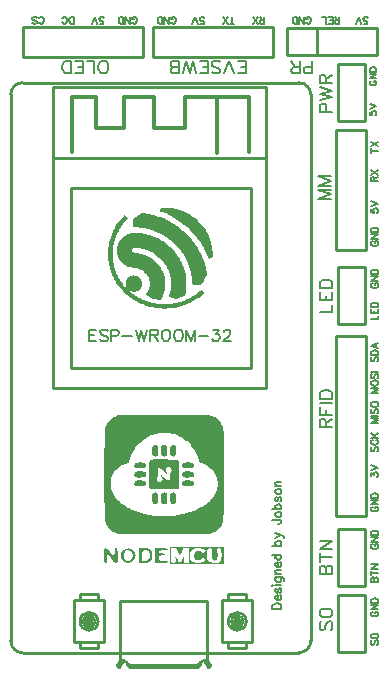
<source format=gto>
G04 Layer: TopSilkscreenLayer*
G04 EasyEDA v6.5.22, 2023-01-05 13:27:54*
G04 3fff428916324e5da58f8526390e409d,db865e68f4bc4fd99aa1dd1697a786d6,10*
G04 Gerber Generator version 0.2*
G04 Scale: 100 percent, Rotated: No, Reflected: No *
G04 Dimensions in millimeters *
G04 leading zeros omitted , absolute positions ,4 integer and 5 decimal *
%FSLAX45Y45*%
%MOMM*%

%ADD10C,0.1524*%
%ADD11C,0.1270*%
%ADD12C,0.2540*%
%ADD13C,0.2997*%

%LPD*%
G36*
X1892604Y5201666D02*
G01*
X1885137Y5184190D01*
X1882241Y5176164D01*
X1881835Y5174183D01*
X1883460Y5172608D01*
X1887931Y5170220D01*
X1894586Y5167325D01*
X1913839Y5159959D01*
X1934362Y5151272D01*
X1962454Y5138420D01*
X1984654Y5127345D01*
X2006396Y5115458D01*
X2017064Y5109260D01*
X2032812Y5099608D01*
X2048256Y5089499D01*
X2058416Y5082590D01*
X2073351Y5071821D01*
X2092706Y5056936D01*
X2102205Y5049215D01*
X2116124Y5037378D01*
X2129688Y5025136D01*
X2142896Y5012537D01*
X2159914Y4995265D01*
X2176272Y4977333D01*
X2188108Y4963566D01*
X2203246Y4944668D01*
X2217674Y4925263D01*
X2231339Y4905298D01*
X2244242Y4884877D01*
X2250440Y4874463D01*
X2259330Y4858664D01*
X2270455Y4837176D01*
X2278278Y4820767D01*
X2287930Y4798568D01*
X2296007Y4779213D01*
X2300122Y4771999D01*
X2304135Y4769561D01*
X2309520Y4770170D01*
X2316480Y4771898D01*
X2321763Y4773676D01*
X2325624Y4775860D01*
X2328265Y4778959D01*
X2329891Y4783226D01*
X2330805Y4789170D01*
X2331212Y4797044D01*
X2331212Y4813909D01*
X2330754Y4826965D01*
X2329840Y4839970D01*
X2328468Y4852974D01*
X2326690Y4865979D01*
X2324455Y4878882D01*
X2321763Y4891735D01*
X2318664Y4904486D01*
X2315108Y4917186D01*
X2311146Y4929784D01*
X2306777Y4942230D01*
X2302002Y4954524D01*
X2296769Y4966716D01*
X2291181Y4978704D01*
X2285187Y4990541D01*
X2278786Y5002174D01*
X2271979Y5013604D01*
X2264816Y5024831D01*
X2258161Y5034432D01*
X2251506Y5043119D01*
X2243836Y5052263D01*
X2235352Y5061813D01*
X2226259Y5071516D01*
X2216607Y5081270D01*
X2206701Y5090871D01*
X2196592Y5100167D01*
X2186533Y5108956D01*
X2176729Y5117134D01*
X2167229Y5124500D01*
X2158339Y5130901D01*
X2148890Y5136997D01*
X2138375Y5143296D01*
X2127707Y5149342D01*
X2116836Y5155031D01*
X2105863Y5160416D01*
X2094738Y5165496D01*
X2083460Y5170220D01*
X2072081Y5174691D01*
X2060549Y5178755D01*
X2048967Y5182514D01*
X2037232Y5185968D01*
X2025446Y5189067D01*
X2013559Y5191861D01*
X2001621Y5194300D01*
X1989582Y5196382D01*
X1977491Y5198110D01*
X1965401Y5199532D01*
X1953209Y5200599D01*
X1941017Y5201310D01*
X1928774Y5201666D01*
G37*
G36*
X1739849Y5156911D02*
G01*
X1735683Y5155793D01*
X1728774Y5152694D01*
X1720088Y5148224D01*
X1705610Y5139588D01*
X1694738Y5132425D01*
X1683918Y5124907D01*
X1674368Y5117896D01*
X1665071Y5110429D01*
X1660956Y5106822D01*
X1657959Y5103622D01*
X1655927Y5100574D01*
X1654606Y5097322D01*
X1653895Y5093563D01*
X1653590Y5088890D01*
X1653692Y5074767D01*
X1654911Y5056581D01*
X1658061Y5033010D01*
X1690979Y5032959D01*
X1702104Y5032552D01*
X1713382Y5031841D01*
X1724812Y5030724D01*
X1736394Y5029250D01*
X1748078Y5027422D01*
X1759813Y5025237D01*
X1771700Y5022748D01*
X1783638Y5019903D01*
X1795627Y5016703D01*
X1807616Y5013198D01*
X1819656Y5009337D01*
X1831644Y5005222D01*
X1843633Y5000752D01*
X1855622Y4995976D01*
X1879346Y4985562D01*
X1891131Y4979924D01*
X1902764Y4973980D01*
X1914296Y4967782D01*
X1925675Y4961280D01*
X1936902Y4954524D01*
X1946503Y4948428D01*
X1955241Y4942281D01*
X1964537Y4935220D01*
X1974342Y4927295D01*
X1984502Y4918710D01*
X1994865Y4909566D01*
X2015540Y4890211D01*
X2025599Y4880305D01*
X2044344Y4860594D01*
X2052726Y4851146D01*
X2060346Y4842103D01*
X2066950Y4833620D01*
X2073503Y4824374D01*
X2080615Y4813706D01*
X2087473Y4802784D01*
X2094026Y4791760D01*
X2100275Y4780534D01*
X2106218Y4769205D01*
X2111857Y4757724D01*
X2117191Y4746142D01*
X2122220Y4734458D01*
X2126894Y4722672D01*
X2131263Y4710836D01*
X2135276Y4698949D01*
X2138934Y4687011D01*
X2142286Y4675022D01*
X2145233Y4663084D01*
X2147874Y4651095D01*
X2150110Y4639157D01*
X2151989Y4627270D01*
X2153513Y4615434D01*
X2154682Y4603597D01*
X2156510Y4573016D01*
X2157526Y4562348D01*
X2158288Y4558436D01*
X2159304Y4555337D01*
X2160625Y4553000D01*
X2162403Y4551273D01*
X2164689Y4550054D01*
X2167534Y4549292D01*
X2171039Y4548835D01*
X2227224Y4547362D01*
X2246833Y4570679D01*
X2254605Y4580686D01*
X2262530Y4591507D01*
X2269642Y4601870D01*
X2285796Y4627321D01*
X2280361Y4659528D01*
X2278126Y4671466D01*
X2272842Y4695190D01*
X2266594Y4718659D01*
X2263089Y4730343D01*
X2255367Y4753457D01*
X2251151Y4764887D01*
X2242007Y4787493D01*
X2231948Y4809794D01*
X2223770Y4826254D01*
X2218080Y4837074D01*
X2205990Y4858410D01*
X2196338Y4874056D01*
X2182723Y4894529D01*
X2168296Y4914442D01*
X2160778Y4924145D01*
X2145080Y4943195D01*
X2128469Y4961686D01*
X2110994Y4979517D01*
X2097379Y4992420D01*
X2083307Y5004968D01*
X2063902Y5021072D01*
X2043785Y5036413D01*
X2033473Y5043830D01*
X2012442Y5058003D01*
X2001723Y5064810D01*
X1985314Y5074615D01*
X1963064Y5086908D01*
X1946046Y5095595D01*
X1934565Y5101132D01*
X1917141Y5108956D01*
X1893620Y5118608D01*
X1875739Y5125212D01*
X1851660Y5133136D01*
X1839518Y5136743D01*
X1827326Y5140096D01*
X1802841Y5146040D01*
X1784350Y5149799D01*
X1755393Y5154828D01*
X1745234Y5156352D01*
G37*
G36*
X1584960Y5136286D02*
G01*
X1582420Y5134457D01*
X1577289Y5129428D01*
X1570278Y5122062D01*
X1557832Y5108041D01*
X1549349Y5097932D01*
X1541221Y5087620D01*
X1533398Y5077206D01*
X1525930Y5066639D01*
X1515262Y5050536D01*
X1508607Y5039614D01*
X1502257Y5028539D01*
X1496263Y5017363D01*
X1490573Y5006035D01*
X1485188Y4994554D01*
X1480159Y4982972D01*
X1475486Y4971237D01*
X1471117Y4959350D01*
X1467053Y4947361D01*
X1463344Y4935220D01*
X1459992Y4922977D01*
X1456944Y4910632D01*
X1454251Y4898136D01*
X1451914Y4885486D01*
X1450238Y4874768D01*
X1448917Y4863490D01*
X1447850Y4851755D01*
X1447139Y4839665D01*
X1446530Y4821021D01*
X1446631Y4802022D01*
X1447038Y4789271D01*
X1448206Y4770272D01*
X1449324Y4757775D01*
X1450695Y4745532D01*
X1452372Y4733594D01*
X1454302Y4722063D01*
X1456486Y4710988D01*
X1458925Y4700473D01*
X1461922Y4689398D01*
X1465580Y4677359D01*
X1469491Y4665421D01*
X1473657Y4653686D01*
X1478178Y4642104D01*
X1482902Y4630724D01*
X1487932Y4619447D01*
X1493266Y4608372D01*
X1498854Y4597501D01*
X1504696Y4586782D01*
X1510842Y4576216D01*
X1517243Y4565853D01*
X1523898Y4555693D01*
X1530807Y4545736D01*
X1537970Y4535932D01*
X1545437Y4526330D01*
X1553108Y4516932D01*
X1561084Y4507738D01*
X1569262Y4498746D01*
X1577746Y4489958D01*
X1586433Y4481372D01*
X1595424Y4472990D01*
X1604619Y4464862D01*
X1614068Y4456887D01*
X1623771Y4449165D01*
X1633677Y4441647D01*
X1643786Y4434433D01*
X1654048Y4427474D01*
X1664411Y4420819D01*
X1674875Y4414469D01*
X1685493Y4408373D01*
X1696212Y4402531D01*
X1707032Y4397044D01*
X1728927Y4386834D01*
X1740052Y4382160D01*
X1756867Y4375708D01*
X1768195Y4371746D01*
X1779574Y4368088D01*
X1796745Y4363110D01*
X1808276Y4360164D01*
X1819859Y4357471D01*
X1831492Y4355084D01*
X1843176Y4353001D01*
X1854911Y4351172D01*
X1878380Y4348378D01*
X1902002Y4346702D01*
X1913839Y4346295D01*
X1937461Y4346346D01*
X1949297Y4346803D01*
X1961083Y4347514D01*
X1978761Y4349140D01*
X2002282Y4352290D01*
X2013966Y4354322D01*
X2037232Y4359148D01*
X2060295Y4365142D01*
X2071725Y4368546D01*
X2083104Y4372254D01*
X2094382Y4376267D01*
X2105609Y4380534D01*
X2116734Y4385056D01*
X2127808Y4389882D01*
X2138781Y4395012D01*
X2149652Y4400397D01*
X2165705Y4408982D01*
X2176322Y4415078D01*
X2191969Y4424781D01*
X2202281Y4431588D01*
X2212441Y4438650D01*
X2222449Y4446016D01*
X2234082Y4454956D01*
X2244648Y4463389D01*
X2252929Y4470349D01*
X2257856Y4474921D01*
X2261616Y4479391D01*
X2262327Y4482896D01*
X2259533Y4487265D01*
X2252726Y4494276D01*
X2247798Y4498949D01*
X2243378Y4502759D01*
X2239924Y4505350D01*
X2237841Y4506264D01*
X2235250Y4504944D01*
X2230221Y4501337D01*
X2223516Y4496003D01*
X2211374Y4485690D01*
X2202230Y4478223D01*
X2192680Y4470958D01*
X2182774Y4463897D01*
X2172512Y4457039D01*
X2161946Y4450435D01*
X2151126Y4444085D01*
X2140000Y4437989D01*
X2122881Y4429353D01*
X2111197Y4423968D01*
X2099360Y4418838D01*
X2087321Y4414062D01*
X2075180Y4409592D01*
X2062937Y4405426D01*
X2050592Y4401616D01*
X2038197Y4398162D01*
X2025751Y4395063D01*
X2013305Y4392371D01*
X2002840Y4390440D01*
X1991614Y4388815D01*
X1979726Y4387443D01*
X1967433Y4386326D01*
X1954784Y4385513D01*
X1941880Y4384954D01*
X1928926Y4384649D01*
X1916023Y4384649D01*
X1903272Y4384903D01*
X1890826Y4385462D01*
X1878787Y4386275D01*
X1867357Y4387342D01*
X1856638Y4388713D01*
X1846732Y4390390D01*
X1833676Y4393082D01*
X1820621Y4396181D01*
X1807616Y4399635D01*
X1794713Y4403445D01*
X1781860Y4407611D01*
X1769160Y4412081D01*
X1756613Y4416907D01*
X1744268Y4422038D01*
X1732127Y4427423D01*
X1720240Y4433112D01*
X1708607Y4439056D01*
X1697278Y4445304D01*
X1686306Y4451705D01*
X1675688Y4458411D01*
X1665478Y4465269D01*
X1655673Y4472330D01*
X1646326Y4479594D01*
X1619656Y4502607D01*
X1635455Y4495444D01*
X1640738Y4493310D01*
X1646021Y4491583D01*
X1651304Y4490313D01*
X1656537Y4489500D01*
X1661718Y4489094D01*
X1666849Y4489043D01*
X1671878Y4489450D01*
X1676806Y4490161D01*
X1681683Y4491278D01*
X1686407Y4492701D01*
X1690979Y4494428D01*
X1695399Y4496460D01*
X1699717Y4498797D01*
X1707743Y4504283D01*
X1711452Y4507382D01*
X1714957Y4510735D01*
X1718208Y4514291D01*
X1721256Y4518050D01*
X1724050Y4521962D01*
X1726590Y4526026D01*
X1730756Y4534662D01*
X1732381Y4539132D01*
X1733651Y4543704D01*
X1734616Y4548378D01*
X1735277Y4553153D01*
X1735531Y4557928D01*
X1735378Y4562754D01*
X1734870Y4567631D01*
X1733956Y4572508D01*
X1732635Y4577334D01*
X1730857Y4582210D01*
X1728673Y4586986D01*
X1725980Y4591710D01*
X1722882Y4596384D01*
X1719072Y4601210D01*
X1714957Y4605578D01*
X1710639Y4609541D01*
X1706067Y4613097D01*
X1701241Y4616196D01*
X1696313Y4618939D01*
X1691182Y4621225D01*
X1685950Y4623104D01*
X1680565Y4624527D01*
X1675180Y4625594D01*
X1669694Y4626203D01*
X1664207Y4626406D01*
X1658670Y4626152D01*
X1653184Y4625543D01*
X1647748Y4624476D01*
X1642414Y4623003D01*
X1637182Y4621123D01*
X1632051Y4618786D01*
X1627073Y4616094D01*
X1622298Y4612944D01*
X1617726Y4609338D01*
X1613357Y4605375D01*
X1609242Y4601006D01*
X1605432Y4596180D01*
X1602384Y4591812D01*
X1599996Y4587900D01*
X1598117Y4584141D01*
X1596745Y4580382D01*
X1595780Y4576318D01*
X1595170Y4571746D01*
X1594764Y4560265D01*
X1595120Y4550410D01*
X1596339Y4541418D01*
X1598269Y4533595D01*
X1601012Y4527143D01*
X1607312Y4515256D01*
X1595475Y4526127D01*
X1589176Y4532731D01*
X1582521Y4540554D01*
X1575612Y4549343D01*
X1568500Y4559046D01*
X1561338Y4569460D01*
X1554175Y4580483D01*
X1547114Y4591913D01*
X1540205Y4603699D01*
X1533601Y4615586D01*
X1527352Y4627524D01*
X1521510Y4639310D01*
X1516278Y4650841D01*
X1511655Y4661916D01*
X1507490Y4673041D01*
X1503629Y4684928D01*
X1500073Y4697272D01*
X1496872Y4710023D01*
X1494028Y4723130D01*
X1491589Y4736490D01*
X1489456Y4750054D01*
X1487779Y4763770D01*
X1486408Y4777536D01*
X1485493Y4791354D01*
X1484934Y4805070D01*
X1484782Y4818634D01*
X1485036Y4832045D01*
X1485696Y4845151D01*
X1486814Y4857953D01*
X1488338Y4870348D01*
X1490319Y4882286D01*
X1492707Y4894275D01*
X1495501Y4906264D01*
X1498701Y4918252D01*
X1502359Y4930241D01*
X1506372Y4942230D01*
X1510741Y4954117D01*
X1515465Y4965954D01*
X1520545Y4977688D01*
X1525981Y4989271D01*
X1534668Y5006390D01*
X1540916Y5017566D01*
X1547418Y5028488D01*
X1554175Y5039207D01*
X1561236Y5049672D01*
X1568500Y5059832D01*
X1576070Y5069636D01*
X1583842Y5079187D01*
X1591868Y5088331D01*
X1600047Y5097068D01*
X1613814Y5111242D01*
X1595170Y5128615D01*
X1590446Y5132628D01*
X1586890Y5135270D01*
G37*
G36*
X1676704Y4987899D02*
G01*
X1663090Y4987391D01*
X1649780Y4986375D01*
X1638300Y4984902D01*
X1630172Y4983175D01*
X1623771Y4981092D01*
X1611477Y4976266D01*
X1599793Y4970627D01*
X1588871Y4964176D01*
X1583639Y4960670D01*
X1573733Y4953101D01*
X1564589Y4944821D01*
X1556258Y4935829D01*
X1548688Y4926177D01*
X1545234Y4921148D01*
X1541983Y4915916D01*
X1536141Y4905095D01*
X1533550Y4899456D01*
X1529080Y4887772D01*
X1527149Y4881778D01*
X1525473Y4875631D01*
X1524050Y4869332D01*
X1522882Y4862982D01*
X1521307Y4850231D01*
X1520647Y4838090D01*
X1520647Y4832146D01*
X1521358Y4820513D01*
X1522984Y4809286D01*
X1524101Y4803800D01*
X1527048Y4793081D01*
X1530908Y4782718D01*
X1535684Y4772710D01*
X1541373Y4763058D01*
X1547977Y4753711D01*
X1555496Y4744720D01*
X1563928Y4736033D01*
X1573326Y4727600D01*
X1583029Y4719980D01*
X1592834Y4713376D01*
X1602892Y4707737D01*
X1608074Y4705248D01*
X1618792Y4700930D01*
X1630121Y4697374D01*
X1642262Y4694529D01*
X1655318Y4692345D01*
X1694535Y4686757D01*
X1699717Y4685842D01*
X1704949Y4684522D01*
X1710283Y4682845D01*
X1715617Y4680813D01*
X1726285Y4675784D01*
X1736801Y4669536D01*
X1747012Y4662271D01*
X1751939Y4658309D01*
X1761388Y4649724D01*
X1770075Y4640427D01*
X1774037Y4635601D01*
X1777796Y4630572D01*
X1781251Y4625492D01*
X1784451Y4620310D01*
X1787296Y4615027D01*
X1789633Y4610100D01*
X1793595Y4599787D01*
X1796542Y4589018D01*
X1797710Y4583480D01*
X1799285Y4572152D01*
X1799894Y4560722D01*
X1799589Y4549190D01*
X1798320Y4537710D01*
X1796186Y4526432D01*
X1794764Y4520895D01*
X1791258Y4510176D01*
X1786839Y4499914D01*
X1784299Y4494987D01*
X1778558Y4485690D01*
X1767839Y4470247D01*
X1783994Y4454398D01*
X1788718Y4450181D01*
X1793392Y4446422D01*
X1798116Y4442968D01*
X1802892Y4439920D01*
X1807819Y4437126D01*
X1812950Y4434687D01*
X1818335Y4432452D01*
X1823974Y4430471D01*
X1836420Y4427067D01*
X1854250Y4423460D01*
X1871014Y4420666D01*
X1877314Y4420108D01*
X1882444Y4420260D01*
X1886712Y4421073D01*
X1890268Y4422698D01*
X1893366Y4425188D01*
X1896160Y4428642D01*
X1898954Y4433062D01*
X1905152Y4445152D01*
X1910334Y4456379D01*
X1914956Y4467656D01*
X1918970Y4479086D01*
X1922475Y4490567D01*
X1925421Y4502150D01*
X1927809Y4513732D01*
X1929638Y4525416D01*
X1930907Y4537100D01*
X1931619Y4548784D01*
X1931822Y4560468D01*
X1931416Y4572101D01*
X1930501Y4583734D01*
X1929028Y4595317D01*
X1926996Y4606798D01*
X1924456Y4618278D01*
X1921306Y4629607D01*
X1917700Y4640834D01*
X1913483Y4651959D01*
X1908759Y4662932D01*
X1903526Y4673752D01*
X1897735Y4684369D01*
X1891385Y4694885D01*
X1884527Y4705146D01*
X1877110Y4715205D01*
X1869948Y4724044D01*
X1862226Y4732578D01*
X1853946Y4740808D01*
X1845157Y4748733D01*
X1835962Y4756353D01*
X1826310Y4763566D01*
X1816303Y4770424D01*
X1805939Y4776876D01*
X1795272Y4782870D01*
X1784350Y4788458D01*
X1773174Y4793589D01*
X1761794Y4798263D01*
X1750314Y4802378D01*
X1738630Y4806035D01*
X1726946Y4809134D01*
X1715160Y4811674D01*
X1703374Y4813604D01*
X1682953Y4816043D01*
X1675231Y4817567D01*
X1668525Y4819548D01*
X1662836Y4821936D01*
X1658112Y4824730D01*
X1654505Y4827930D01*
X1651914Y4831486D01*
X1650441Y4835347D01*
X1650085Y4839512D01*
X1650847Y4843983D01*
X1652778Y4848707D01*
X1655876Y4853686D01*
X1657857Y4856276D01*
X1659839Y4858207D01*
X1662277Y4859578D01*
X1665478Y4860391D01*
X1669846Y4860798D01*
X1683816Y4860391D01*
X1700123Y4859375D01*
X1711858Y4858156D01*
X1723542Y4856480D01*
X1735074Y4854346D01*
X1746554Y4851755D01*
X1757883Y4848707D01*
X1769059Y4845202D01*
X1780133Y4841290D01*
X1791055Y4836922D01*
X1801825Y4832096D01*
X1812442Y4826812D01*
X1822907Y4821123D01*
X1833168Y4815027D01*
X1843278Y4808474D01*
X1853184Y4801514D01*
X1862886Y4794097D01*
X1872386Y4786325D01*
X1881682Y4778095D01*
X1890877Y4769358D01*
X1899767Y4760214D01*
X1908149Y4750968D01*
X1916023Y4741519D01*
X1923389Y4731816D01*
X1930298Y4721809D01*
X1936750Y4711547D01*
X1942846Y4700879D01*
X1948535Y4689856D01*
X1953869Y4678375D01*
X1958848Y4666386D01*
X1963572Y4653889D01*
X1967788Y4641392D01*
X1970989Y4630470D01*
X1973325Y4619904D01*
X1974951Y4608474D01*
X1976120Y4594910D01*
X1976932Y4577994D01*
X1977542Y4558893D01*
X1977796Y4543247D01*
X1977542Y4529836D01*
X1976678Y4517796D01*
X1975104Y4506163D01*
X1972614Y4494123D01*
X1969211Y4480712D01*
X1961946Y4456023D01*
X1961489Y4453839D01*
X1961743Y4451908D01*
X1962861Y4450080D01*
X1965096Y4448251D01*
X1968652Y4446270D01*
X1973783Y4443984D01*
X1989480Y4438040D01*
X2019147Y4427270D01*
X2049322Y4436465D01*
X2068017Y4443018D01*
X2086000Y4449826D01*
X2097684Y4454804D01*
X2099411Y4455922D01*
X2104745Y4485640D01*
X2106320Y4495698D01*
X2107641Y4506925D01*
X2108657Y4518964D01*
X2109774Y4544872D01*
X2109724Y4571746D01*
X2109266Y4585004D01*
X2108504Y4597857D01*
X2107488Y4610100D01*
X2106117Y4621530D01*
X2104491Y4631944D01*
X2102104Y4644186D01*
X2099360Y4656378D01*
X2096211Y4668418D01*
X2092706Y4680356D01*
X2088845Y4692192D01*
X2084679Y4703927D01*
X2080107Y4715459D01*
X2075230Y4726889D01*
X2069998Y4738166D01*
X2064461Y4749292D01*
X2058568Y4760264D01*
X2052421Y4771034D01*
X2045919Y4781651D01*
X2039112Y4792116D01*
X2032000Y4802327D01*
X2024583Y4812385D01*
X2016912Y4822190D01*
X2008936Y4831791D01*
X2000707Y4841189D01*
X1992172Y4850384D01*
X1983384Y4859324D01*
X1974291Y4868011D01*
X1964994Y4876444D01*
X1955444Y4884623D01*
X1945639Y4892598D01*
X1935581Y4900218D01*
X1925269Y4907584D01*
X1914753Y4914696D01*
X1904034Y4921504D01*
X1893062Y4928006D01*
X1881886Y4934204D01*
X1870506Y4940096D01*
X1858670Y4945786D01*
X1846681Y4951120D01*
X1834591Y4956149D01*
X1822399Y4960823D01*
X1810156Y4965141D01*
X1797862Y4969103D01*
X1785518Y4972710D01*
X1773123Y4975961D01*
X1760778Y4978806D01*
X1748485Y4981295D01*
X1736242Y4983378D01*
X1724101Y4985105D01*
X1712061Y4986375D01*
X1700123Y4987290D01*
X1688338Y4987798D01*
G37*
G36*
X1910791Y3447643D02*
G01*
X1820164Y3447440D01*
X1679498Y3446373D01*
X1624380Y3445611D01*
X1579422Y3444646D01*
X1546860Y3443478D01*
X1535938Y3442868D01*
X1528927Y3442157D01*
X1527048Y3441801D01*
X1516329Y3438448D01*
X1511096Y3436467D01*
X1500886Y3431844D01*
X1491030Y3426460D01*
X1481582Y3420313D01*
X1472590Y3413506D01*
X1464106Y3406038D01*
X1456131Y3398012D01*
X1448816Y3389426D01*
X1442110Y3380282D01*
X1438960Y3375558D01*
X1433322Y3365754D01*
X1430731Y3360724D01*
X1426210Y3350361D01*
X1424228Y3345078D01*
X1420977Y3334258D01*
X1420215Y3329228D01*
X1418894Y3307283D01*
X1417777Y3271316D01*
X1416862Y3223615D01*
X1415592Y3101898D01*
X1415237Y3032353D01*
X1415213Y2864307D01*
X1467256Y2864307D01*
X1467408Y2873146D01*
X1467967Y2882036D01*
X1469034Y2890926D01*
X1470558Y2899867D01*
X1472590Y2908808D01*
X1475079Y2917748D01*
X1478076Y2926689D01*
X1481582Y2935579D01*
X1485595Y2944520D01*
X1488236Y2949702D01*
X1491234Y2954883D01*
X1498092Y2965145D01*
X1506067Y2975152D01*
X1510385Y2980080D01*
X1519732Y2989529D01*
X1529791Y2998571D01*
X1540408Y3006953D01*
X1551533Y3014573D01*
X1557172Y3018129D01*
X1568704Y3024479D01*
X1580286Y3029813D01*
X1586026Y3032099D01*
X1591818Y3034080D01*
X1612646Y3039364D01*
X1618488Y3041751D01*
X1621739Y3044952D01*
X1623364Y3049473D01*
X1626107Y3061157D01*
X1629257Y3072638D01*
X1632813Y3083864D01*
X1636725Y3094939D01*
X1643278Y3111042D01*
X1648155Y3121507D01*
X1653286Y3131718D01*
X1658823Y3141675D01*
X1664665Y3151378D01*
X1670812Y3160826D01*
X1677314Y3170021D01*
X1684070Y3178911D01*
X1691132Y3187547D01*
X1698498Y3195878D01*
X1706118Y3203905D01*
X1713992Y3211677D01*
X1722120Y3219145D01*
X1730502Y3226257D01*
X1739087Y3233064D01*
X1747926Y3239566D01*
X1756968Y3245764D01*
X1766214Y3251606D01*
X1775663Y3257092D01*
X1785315Y3262274D01*
X1795119Y3267049D01*
X1805127Y3271520D01*
X1815236Y3275634D01*
X1825548Y3279343D01*
X1835962Y3282696D01*
X1846529Y3285642D01*
X1857197Y3288233D01*
X1867966Y3290417D01*
X1878888Y3292195D01*
X1889861Y3293567D01*
X1900936Y3294532D01*
X1912061Y3295091D01*
X1923237Y3295192D01*
X1934514Y3294887D01*
X1945792Y3294176D01*
X1957120Y3293008D01*
X1968500Y3291382D01*
X1979879Y3289300D01*
X1991258Y3286760D01*
X2002891Y3283661D01*
X2014677Y3280054D01*
X2026259Y3275990D01*
X2037588Y3271469D01*
X2048662Y3266541D01*
X2059533Y3261156D01*
X2070100Y3255365D01*
X2080412Y3249218D01*
X2090470Y3242614D01*
X2100275Y3235655D01*
X2109724Y3228340D01*
X2118918Y3220618D01*
X2127758Y3212592D01*
X2136343Y3204159D01*
X2144522Y3195421D01*
X2152446Y3186379D01*
X2159965Y3176981D01*
X2167128Y3167329D01*
X2173986Y3157321D01*
X2180386Y3147060D01*
X2186482Y3136493D01*
X2192172Y3125673D01*
X2197404Y3114598D01*
X2202281Y3103270D01*
X2206752Y3091688D01*
X2210765Y3079902D01*
X2214321Y3067913D01*
X2218893Y3049473D01*
X2220518Y3044952D01*
X2223770Y3041802D01*
X2229612Y3039364D01*
X2244496Y3035808D01*
X2255113Y3032760D01*
X2265476Y3028899D01*
X2275535Y3024327D01*
X2285288Y3019044D01*
X2294686Y3013151D01*
X2303729Y3006598D01*
X2312365Y2999486D01*
X2320544Y2991866D01*
X2328316Y2983687D01*
X2335580Y2975102D01*
X2342337Y2966059D01*
X2348534Y2956661D01*
X2354173Y2946908D01*
X2359202Y2936849D01*
X2363571Y2926537D01*
X2367330Y2915970D01*
X2370378Y2905201D01*
X2372715Y2894330D01*
X2374341Y2883306D01*
X2375154Y2872181D01*
X2375204Y2861056D01*
X2374493Y2851048D01*
X2373426Y2842158D01*
X2371902Y2833370D01*
X2369921Y2824683D01*
X2367534Y2816098D01*
X2364790Y2807665D01*
X2361590Y2799283D01*
X2357983Y2791002D01*
X2354021Y2782874D01*
X2349652Y2774848D01*
X2344877Y2766974D01*
X2339797Y2759151D01*
X2334310Y2751531D01*
X2325471Y2740304D01*
X2319121Y2732989D01*
X2312416Y2725775D01*
X2305405Y2718765D01*
X2298090Y2711856D01*
X2290470Y2705150D01*
X2282545Y2698546D01*
X2274265Y2692095D01*
X2265781Y2685846D01*
X2256942Y2679750D01*
X2247849Y2673807D01*
X2238502Y2668016D01*
X2228900Y2662428D01*
X2218994Y2656992D01*
X2198522Y2646680D01*
X2187956Y2641803D01*
X2166112Y2632608D01*
X2143455Y2624226D01*
X2131822Y2620314D01*
X2107996Y2613152D01*
X2083511Y2606802D01*
X2064715Y2602636D01*
X2039162Y2597861D01*
X2026208Y2595829D01*
X2006498Y2593187D01*
X1979879Y2590546D01*
X1952853Y2588869D01*
X1939188Y2588412D01*
X1925472Y2588209D01*
X1897837Y2588564D01*
X1883918Y2589123D01*
X1855978Y2591104D01*
X1834946Y2593289D01*
X1813915Y2596134D01*
X1799843Y2598369D01*
X1785366Y2601010D01*
X1764080Y2605430D01*
X1750263Y2608732D01*
X1736699Y2612237D01*
X1723339Y2616047D01*
X1710334Y2620060D01*
X1697532Y2624328D01*
X1685086Y2628849D01*
X1672894Y2633573D01*
X1660956Y2638501D01*
X1649374Y2643682D01*
X1638096Y2649016D01*
X1627073Y2654604D01*
X1616405Y2660345D01*
X1606092Y2666339D01*
X1596034Y2672486D01*
X1586382Y2678785D01*
X1577035Y2685288D01*
X1567992Y2691942D01*
X1559356Y2698750D01*
X1551025Y2705709D01*
X1543100Y2712872D01*
X1535480Y2720136D01*
X1528267Y2727553D01*
X1521460Y2735072D01*
X1514957Y2742742D01*
X1508912Y2750515D01*
X1503222Y2758389D01*
X1497939Y2766415D01*
X1493012Y2774543D01*
X1488541Y2782722D01*
X1484477Y2791002D01*
X1480820Y2799384D01*
X1477568Y2807868D01*
X1474774Y2816352D01*
X1472438Y2824988D01*
X1470507Y2833624D01*
X1468983Y2842310D01*
X1467967Y2851099D01*
X1467256Y2864307D01*
X1415213Y2864307D01*
X1415999Y2732633D01*
X1416659Y2673400D01*
X1417523Y2623058D01*
X1418590Y2583992D01*
X1419860Y2558338D01*
X1420571Y2551226D01*
X1422501Y2543708D01*
X1426260Y2532888D01*
X1430832Y2522474D01*
X1436166Y2512415D01*
X1442262Y2502814D01*
X1449019Y2493670D01*
X1456436Y2485085D01*
X1464462Y2477058D01*
X1473047Y2469642D01*
X1482191Y2462834D01*
X1491742Y2456738D01*
X1501800Y2451404D01*
X1512214Y2446832D01*
X1522984Y2443073D01*
X1529384Y2441346D01*
X1535480Y2440635D01*
X1545539Y2439924D01*
X1576527Y2438755D01*
X1620113Y2437739D01*
X1674063Y2436926D01*
X1736089Y2436266D01*
X1804009Y2435860D01*
X1884629Y2435656D01*
X2011730Y2435758D01*
X2153361Y2436723D01*
X2209495Y2437485D01*
X2255875Y2438450D01*
X2290267Y2439619D01*
X2302205Y2440279D01*
X2312873Y2441346D01*
X2319274Y2443073D01*
X2330043Y2446832D01*
X2340457Y2451404D01*
X2350465Y2456738D01*
X2360066Y2462834D01*
X2369159Y2469642D01*
X2377744Y2477058D01*
X2381859Y2480970D01*
X2389581Y2489301D01*
X2396693Y2498191D01*
X2403094Y2507538D01*
X2408834Y2517394D01*
X2413812Y2527655D01*
X2417978Y2538272D01*
X2419756Y2543708D01*
X2421483Y2550109D01*
X2422194Y2556205D01*
X2423515Y2580030D01*
X2424582Y2617571D01*
X2425496Y2666593D01*
X2426208Y2724861D01*
X2427071Y2869133D01*
X2427071Y2996488D01*
X2426817Y3076397D01*
X2425649Y3203244D01*
X2424785Y3254806D01*
X2423769Y3295446D01*
X2422499Y3322929D01*
X2421432Y3333597D01*
X2419705Y3339947D01*
X2415946Y3350717D01*
X2411374Y3361182D01*
X2406040Y3371189D01*
X2399944Y3380790D01*
X2393188Y3389884D01*
X2385720Y3398469D01*
X2381808Y3402584D01*
X2373477Y3410305D01*
X2364587Y3417417D01*
X2355240Y3423818D01*
X2345385Y3429558D01*
X2335123Y3434537D01*
X2324506Y3438702D01*
X2319070Y3440480D01*
X2312720Y3442208D01*
X2306675Y3442919D01*
X2282901Y3444138D01*
X2245309Y3445205D01*
X2196134Y3446068D01*
X2137714Y3446779D01*
X1992934Y3447542D01*
G37*
G36*
X1845310Y3194456D02*
G01*
X1841296Y3193796D01*
X1836724Y3192068D01*
X1832203Y3189427D01*
X1828342Y3186226D01*
X1825752Y3183483D01*
X1823770Y3180791D01*
X1822348Y3177794D01*
X1821281Y3174034D01*
X1820621Y3169158D01*
X1820265Y3162808D01*
X1820062Y3143910D01*
X1820164Y3134969D01*
X1820621Y3127044D01*
X1821332Y3120085D01*
X1822399Y3114040D01*
X1823821Y3108807D01*
X1825599Y3104489D01*
X1827784Y3100882D01*
X1830374Y3098088D01*
X1833422Y3095955D01*
X1836877Y3094482D01*
X1840839Y3093669D01*
X1845310Y3093364D01*
X1849780Y3093669D01*
X1853742Y3094482D01*
X1857248Y3095955D01*
X1860296Y3098088D01*
X1862886Y3100882D01*
X1865020Y3104489D01*
X1866849Y3108807D01*
X1868220Y3114040D01*
X1869287Y3120085D01*
X1870049Y3127044D01*
X1870456Y3134969D01*
X1870608Y3143910D01*
X1870456Y3152851D01*
X1870049Y3160776D01*
X1869287Y3167786D01*
X1868220Y3173831D01*
X1866849Y3179013D01*
X1865020Y3183382D01*
X1862886Y3186938D01*
X1860296Y3189782D01*
X1857248Y3191865D01*
X1853742Y3193338D01*
X1849780Y3194202D01*
G37*
G36*
X1921103Y3194456D02*
G01*
X1916836Y3193948D01*
X1912162Y3192576D01*
X1907641Y3190544D01*
X1903831Y3188055D01*
X1901342Y3185871D01*
X1899412Y3183585D01*
X1897989Y3180791D01*
X1897024Y3177032D01*
X1896414Y3171901D01*
X1896059Y3164941D01*
X1895856Y3143910D01*
X1896262Y3125673D01*
X1896872Y3118408D01*
X1897786Y3112211D01*
X1899005Y3107131D01*
X1900631Y3102965D01*
X1902714Y3099663D01*
X1905254Y3097174D01*
X1908352Y3095396D01*
X1912010Y3094228D01*
X1916226Y3093567D01*
X1921103Y3093364D01*
X1925980Y3093567D01*
X1930247Y3094228D01*
X1933905Y3095396D01*
X1936953Y3097174D01*
X1939493Y3099663D01*
X1941575Y3102965D01*
X1943252Y3107131D01*
X1944471Y3112211D01*
X1945386Y3118408D01*
X1945944Y3125673D01*
X1946300Y3134156D01*
X1946300Y3153714D01*
X1945944Y3162198D01*
X1945386Y3169462D01*
X1944471Y3175609D01*
X1943252Y3180740D01*
X1941575Y3184906D01*
X1939493Y3188157D01*
X1936953Y3190646D01*
X1933905Y3192475D01*
X1930247Y3193643D01*
X1925980Y3194253D01*
G37*
G36*
X1996948Y3194456D02*
G01*
X1992884Y3193796D01*
X1988362Y3192068D01*
X1983841Y3189427D01*
X1979930Y3186226D01*
X1977339Y3183483D01*
X1975408Y3180791D01*
X1973935Y3177794D01*
X1972919Y3174034D01*
X1972259Y3169158D01*
X1971852Y3162808D01*
X1971649Y3143910D01*
X1971802Y3134969D01*
X1972208Y3127044D01*
X1972970Y3120085D01*
X1974037Y3114040D01*
X1975408Y3108807D01*
X1977186Y3104489D01*
X1979371Y3100882D01*
X1981962Y3098088D01*
X1985010Y3095955D01*
X1988515Y3094482D01*
X1992477Y3093669D01*
X1996948Y3093364D01*
X2001418Y3093669D01*
X2005380Y3094482D01*
X2008835Y3095955D01*
X2011883Y3098088D01*
X2014474Y3100882D01*
X2016658Y3104489D01*
X2018436Y3108807D01*
X2019858Y3114040D01*
X2020874Y3120085D01*
X2021636Y3127044D01*
X2022043Y3134969D01*
X2022195Y3143910D01*
X2022043Y3152851D01*
X2021636Y3160776D01*
X2020874Y3167786D01*
X2019858Y3173831D01*
X2018436Y3179013D01*
X2016658Y3183382D01*
X2014474Y3186938D01*
X2011883Y3189782D01*
X2008835Y3191865D01*
X2005380Y3193338D01*
X2001418Y3194202D01*
G37*
G36*
X1873453Y3069640D02*
G01*
X1842414Y3069183D01*
X1829663Y3068777D01*
X1819300Y3068116D01*
X1811731Y3067354D01*
X1807362Y3066389D01*
X1803704Y3064459D01*
X1802079Y3063240D01*
X1800656Y3061665D01*
X1799386Y3059785D01*
X1798269Y3057448D01*
X1797304Y3054553D01*
X1795729Y3046984D01*
X1794662Y3036417D01*
X1793951Y3022295D01*
X1793595Y3004007D01*
X1793697Y2952648D01*
X1794111Y2904540D01*
X1858264Y2904540D01*
X1858619Y2908808D01*
X1859991Y2913126D01*
X1862378Y2917444D01*
X1867001Y2923590D01*
X1868017Y2926029D01*
X1868830Y2929280D01*
X1869490Y2933395D01*
X1870354Y2944469D01*
X1870608Y2959709D01*
X1870608Y2992323D01*
X1887270Y2992170D01*
X1890826Y2991561D01*
X1894230Y2990342D01*
X1897837Y2988360D01*
X1901850Y2985363D01*
X1906625Y2981198D01*
X1928723Y2959557D01*
X1936750Y2952038D01*
X1942592Y2946958D01*
X1945436Y2945130D01*
X1947773Y2946654D01*
X1947773Y2950768D01*
X1945538Y2956458D01*
X1938324Y2967482D01*
X1936292Y2972257D01*
X1935175Y2977032D01*
X1935022Y2981756D01*
X1935683Y2986278D01*
X1937207Y2990596D01*
X1939493Y2994507D01*
X1942490Y2998012D01*
X1946198Y3000959D01*
X1950567Y3003296D01*
X1955495Y3004820D01*
X1960981Y3005582D01*
X1963521Y3004820D01*
X1967128Y3002737D01*
X1971344Y2999536D01*
X1975612Y2995574D01*
X1979218Y2991459D01*
X1981809Y2987294D01*
X1983384Y2983128D01*
X1983993Y2978861D01*
X1983587Y2974594D01*
X1982216Y2970326D01*
X1979828Y2966008D01*
X1975256Y2959963D01*
X1974240Y2957474D01*
X1973427Y2954223D01*
X1972767Y2950108D01*
X1971903Y2939084D01*
X1971649Y2923794D01*
X1971649Y2891231D01*
X1954987Y2891383D01*
X1951431Y2891942D01*
X1948027Y2893161D01*
X1944420Y2895142D01*
X1940356Y2898140D01*
X1929841Y2907792D01*
X1913534Y2923946D01*
X1905507Y2931464D01*
X1899666Y2936544D01*
X1896770Y2938373D01*
X1894433Y2936849D01*
X1894484Y2932734D01*
X1896719Y2927045D01*
X1904136Y2915716D01*
X1906219Y2910840D01*
X1907286Y2906014D01*
X1907387Y2901340D01*
X1906676Y2896870D01*
X1905152Y2892755D01*
X1902968Y2889046D01*
X1900174Y2885795D01*
X1896872Y2883154D01*
X1893163Y2881122D01*
X1889099Y2879852D01*
X1884832Y2879394D01*
X1880362Y2879852D01*
X1875840Y2881325D01*
X1871370Y2883865D01*
X1866950Y2887573D01*
X1863242Y2891790D01*
X1860550Y2896057D01*
X1858873Y2900273D01*
X1858264Y2904540D01*
X1794111Y2904540D01*
X1794662Y2868726D01*
X1795576Y2843682D01*
X1796237Y2835605D01*
X1797050Y2829864D01*
X1798066Y2825902D01*
X1799285Y2823260D01*
X1800809Y2821381D01*
X1801875Y2820720D01*
X1803704Y2820060D01*
X1809546Y2818892D01*
X1817878Y2817876D01*
X1828495Y2816961D01*
X1855114Y2815590D01*
X1886864Y2814777D01*
X1929790Y2814523D01*
X1963674Y2814929D01*
X1994357Y2815894D01*
X2019300Y2817418D01*
X2028850Y2818384D01*
X2035962Y2819501D01*
X2040331Y2820720D01*
X2041448Y2821432D01*
X2042109Y2822498D01*
X2042769Y2824327D01*
X2043938Y2830169D01*
X2044954Y2838500D01*
X2045868Y2849118D01*
X2047239Y2875737D01*
X2048103Y2907436D01*
X2048357Y2950413D01*
X2047951Y2984296D01*
X2046986Y3015030D01*
X2045462Y3039973D01*
X2044496Y3049473D01*
X2043379Y3056636D01*
X2042109Y3061004D01*
X2041448Y3062122D01*
X2040432Y3062681D01*
X2035708Y3063748D01*
X2027834Y3064764D01*
X2004212Y3066542D01*
X1972818Y3067964D01*
X1936953Y3069031D01*
X1899970Y3069539D01*
G37*
G36*
X1718970Y3043986D02*
G01*
X1712264Y3043834D01*
X1705660Y3043428D01*
X1699361Y3042666D01*
X1693468Y3041650D01*
X1688084Y3040329D01*
X1683461Y3038703D01*
X1679600Y3036773D01*
X1676704Y3034588D01*
X1673504Y3030677D01*
X1670862Y3026156D01*
X1669135Y3021634D01*
X1668475Y3017570D01*
X1668729Y3013100D01*
X1669592Y3009138D01*
X1671066Y3005632D01*
X1673148Y3002635D01*
X1675993Y3000044D01*
X1679549Y2997860D01*
X1683918Y2996082D01*
X1689100Y2994660D01*
X1695145Y2993593D01*
X1702104Y2992882D01*
X1710029Y2992424D01*
X1737817Y2992526D01*
X1744218Y2992882D01*
X1749094Y2993542D01*
X1752854Y2994558D01*
X1755851Y2996031D01*
X1758543Y2998012D01*
X1761236Y3000552D01*
X1764690Y3004616D01*
X1767179Y3008833D01*
X1768652Y3013202D01*
X1769160Y3017570D01*
X1768652Y3021939D01*
X1767179Y3026308D01*
X1764690Y3030524D01*
X1761236Y3034588D01*
X1758340Y3036773D01*
X1754530Y3038703D01*
X1749856Y3040329D01*
X1744522Y3041650D01*
X1738579Y3042666D01*
X1732280Y3043428D01*
X1725726Y3043834D01*
G37*
G36*
X2123287Y3043986D02*
G01*
X2116531Y3043834D01*
X2109978Y3043428D01*
X2103628Y3042666D01*
X2097735Y3041650D01*
X2092401Y3040329D01*
X2087727Y3038703D01*
X2083866Y3036773D01*
X2081022Y3034588D01*
X2077821Y3030677D01*
X2075180Y3026156D01*
X2073402Y3021634D01*
X2072741Y3017570D01*
X2072995Y3013100D01*
X2073859Y3009138D01*
X2075332Y3005632D01*
X2077415Y3002635D01*
X2080260Y3000044D01*
X2083816Y2997860D01*
X2088184Y2996082D01*
X2093366Y2994660D01*
X2099411Y2993593D01*
X2106422Y2992882D01*
X2114346Y2992424D01*
X2142134Y2992526D01*
X2148484Y2992882D01*
X2153361Y2993542D01*
X2157120Y2994558D01*
X2160117Y2996031D01*
X2162810Y2998012D01*
X2165553Y3000552D01*
X2169007Y3004616D01*
X2171446Y3008833D01*
X2172919Y3013202D01*
X2173427Y3017570D01*
X2172919Y3021939D01*
X2171446Y3026308D01*
X2169007Y3030524D01*
X2165553Y3034588D01*
X2162657Y3036773D01*
X2158796Y3038703D01*
X2154123Y3040329D01*
X2148789Y3041650D01*
X2142896Y3042666D01*
X2136597Y3043428D01*
X2129993Y3043834D01*
G37*
G36*
X1708353Y2968142D02*
G01*
X1696466Y2967634D01*
X1691690Y2967126D01*
X1687677Y2966415D01*
X1684477Y2965551D01*
X1681988Y2964535D01*
X1678228Y2962046D01*
X1675028Y2958896D01*
X1672437Y2955137D01*
X1670557Y2950972D01*
X1669338Y2946552D01*
X1668881Y2941878D01*
X1669237Y2937205D01*
X1670405Y2932582D01*
X1671828Y2929128D01*
X1673555Y2926130D01*
X1675638Y2923590D01*
X1678178Y2921406D01*
X1681276Y2919577D01*
X1684934Y2918155D01*
X1689252Y2917037D01*
X1694332Y2916224D01*
X1700225Y2915666D01*
X1714754Y2915361D01*
X1732127Y2915869D01*
X1739696Y2916478D01*
X1746199Y2917291D01*
X1751787Y2918358D01*
X1756460Y2919780D01*
X1760321Y2921558D01*
X1763420Y2923743D01*
X1765757Y2926334D01*
X1767535Y2929432D01*
X1768652Y2932988D01*
X1769313Y2937103D01*
X1769516Y2941777D01*
X1769313Y2946450D01*
X1768652Y2950565D01*
X1767535Y2954121D01*
X1765757Y2957169D01*
X1763420Y2959760D01*
X1760321Y2961944D01*
X1756460Y2963722D01*
X1751787Y2965145D01*
X1746199Y2966212D01*
X1739696Y2967024D01*
X1732127Y2967634D01*
X1715516Y2968142D01*
G37*
G36*
X2112619Y2968142D02*
G01*
X2100732Y2967634D01*
X2095957Y2967126D01*
X2091994Y2966415D01*
X2088743Y2965551D01*
X2086254Y2964535D01*
X2082495Y2962046D01*
X2079294Y2958896D01*
X2076754Y2955137D01*
X2074824Y2950972D01*
X2073605Y2946552D01*
X2073148Y2941878D01*
X2073503Y2937205D01*
X2074672Y2932582D01*
X2076094Y2929128D01*
X2077821Y2926130D01*
X2079904Y2923590D01*
X2082444Y2921406D01*
X2085543Y2919577D01*
X2089200Y2918155D01*
X2093518Y2917037D01*
X2098598Y2916224D01*
X2104491Y2915666D01*
X2119020Y2915361D01*
X2136394Y2915869D01*
X2143963Y2916478D01*
X2150465Y2917291D01*
X2156053Y2918358D01*
X2160727Y2919780D01*
X2164588Y2921558D01*
X2167686Y2923743D01*
X2170023Y2926334D01*
X2171801Y2929432D01*
X2172919Y2932988D01*
X2173579Y2937103D01*
X2173782Y2941777D01*
X2173579Y2946450D01*
X2172919Y2950565D01*
X2171801Y2954121D01*
X2170023Y2957169D01*
X2167686Y2959760D01*
X2164588Y2961944D01*
X2160727Y2963722D01*
X2156053Y2965145D01*
X2150465Y2966212D01*
X2143963Y2967024D01*
X2136394Y2967634D01*
X2119782Y2968142D01*
G37*
G36*
X1718970Y2891231D02*
G01*
X1700123Y2891028D01*
X1693773Y2890621D01*
X1688896Y2889961D01*
X1685137Y2888945D01*
X1682140Y2887472D01*
X1679448Y2885490D01*
X1676704Y2882950D01*
X1673504Y2879039D01*
X1670862Y2874518D01*
X1669135Y2869996D01*
X1668475Y2865932D01*
X1668729Y2861462D01*
X1669592Y2857500D01*
X1671066Y2853994D01*
X1673148Y2850997D01*
X1675993Y2848406D01*
X1679549Y2846222D01*
X1683918Y2844444D01*
X1689100Y2843022D01*
X1695145Y2841955D01*
X1702104Y2841244D01*
X1710029Y2840786D01*
X1727911Y2840786D01*
X1735836Y2841244D01*
X1742846Y2841955D01*
X1748891Y2843022D01*
X1754073Y2844444D01*
X1758442Y2846222D01*
X1761998Y2848406D01*
X1764842Y2850997D01*
X1766925Y2853994D01*
X1768398Y2857500D01*
X1769262Y2861462D01*
X1769516Y2865932D01*
X1769262Y2870403D01*
X1768398Y2874365D01*
X1766925Y2877870D01*
X1764842Y2880918D01*
X1761998Y2883509D01*
X1758442Y2885643D01*
X1754073Y2887472D01*
X1748891Y2888843D01*
X1742846Y2889910D01*
X1735836Y2890672D01*
X1727911Y2891078D01*
G37*
G36*
X2123287Y2891231D02*
G01*
X2104390Y2891028D01*
X2098040Y2890621D01*
X2093163Y2889961D01*
X2089404Y2888945D01*
X2086406Y2887472D01*
X2083714Y2885490D01*
X2081022Y2882950D01*
X2077821Y2879039D01*
X2075180Y2874518D01*
X2073402Y2869996D01*
X2072741Y2865932D01*
X2072995Y2861462D01*
X2073859Y2857500D01*
X2075332Y2853994D01*
X2077415Y2850997D01*
X2080260Y2848406D01*
X2083816Y2846222D01*
X2088184Y2844444D01*
X2093366Y2843022D01*
X2099411Y2841955D01*
X2106422Y2841244D01*
X2114346Y2840786D01*
X2132228Y2840786D01*
X2140153Y2841244D01*
X2147112Y2841955D01*
X2153158Y2843022D01*
X2158339Y2844444D01*
X2162708Y2846222D01*
X2166264Y2848406D01*
X2169109Y2850997D01*
X2171192Y2853994D01*
X2172665Y2857500D01*
X2173528Y2861462D01*
X2173782Y2865932D01*
X2173528Y2870403D01*
X2172665Y2874365D01*
X2171192Y2877870D01*
X2169109Y2880918D01*
X2166264Y2883509D01*
X2162708Y2885643D01*
X2158339Y2887472D01*
X2153158Y2888843D01*
X2147112Y2889910D01*
X2140153Y2890672D01*
X2132228Y2891078D01*
G37*
G36*
X1845310Y2790139D02*
G01*
X1841296Y2789478D01*
X1836724Y2787700D01*
X1832203Y2785059D01*
X1828342Y2781858D01*
X1825752Y2779115D01*
X1823770Y2776423D01*
X1822348Y2773426D01*
X1821281Y2769666D01*
X1820621Y2764790D01*
X1820265Y2758440D01*
X1820062Y2739593D01*
X1820164Y2730652D01*
X1820621Y2722727D01*
X1821332Y2715717D01*
X1822399Y2709672D01*
X1823821Y2704490D01*
X1825599Y2700121D01*
X1827784Y2696565D01*
X1830374Y2693720D01*
X1833422Y2691638D01*
X1836877Y2690164D01*
X1840839Y2689301D01*
X1845310Y2689047D01*
X1849780Y2689301D01*
X1853742Y2690164D01*
X1857248Y2691638D01*
X1860296Y2693720D01*
X1862886Y2696565D01*
X1865020Y2700121D01*
X1866849Y2704490D01*
X1868220Y2709672D01*
X1869287Y2715717D01*
X1870049Y2722727D01*
X1870456Y2730652D01*
X1870608Y2739593D01*
X1870456Y2748534D01*
X1870049Y2756458D01*
X1869287Y2763418D01*
X1868220Y2769463D01*
X1866849Y2774645D01*
X1865020Y2779014D01*
X1862886Y2782620D01*
X1860296Y2785414D01*
X1857248Y2787548D01*
X1853742Y2789021D01*
X1849780Y2789834D01*
G37*
G36*
X1921103Y2790139D02*
G01*
X1916836Y2789631D01*
X1912162Y2788208D01*
X1907641Y2786176D01*
X1903831Y2783687D01*
X1901342Y2781503D01*
X1899412Y2779217D01*
X1897989Y2776423D01*
X1897024Y2772664D01*
X1896414Y2767533D01*
X1896059Y2760573D01*
X1895856Y2739593D01*
X1896262Y2721305D01*
X1896872Y2714040D01*
X1897786Y2707894D01*
X1899005Y2702763D01*
X1900631Y2698597D01*
X1902714Y2695346D01*
X1905254Y2692857D01*
X1908352Y2691028D01*
X1912010Y2689860D01*
X1916226Y2689250D01*
X1921103Y2689047D01*
X1925980Y2689250D01*
X1930247Y2689860D01*
X1933905Y2691028D01*
X1936953Y2692857D01*
X1939493Y2695346D01*
X1941575Y2698597D01*
X1943252Y2702763D01*
X1944471Y2707894D01*
X1945386Y2714040D01*
X1945944Y2721305D01*
X1946300Y2729788D01*
X1946300Y2749346D01*
X1945944Y2757830D01*
X1945386Y2765094D01*
X1944471Y2771241D01*
X1943252Y2776372D01*
X1941575Y2780538D01*
X1939493Y2783840D01*
X1936953Y2786329D01*
X1933905Y2788107D01*
X1930247Y2789275D01*
X1925980Y2789936D01*
G37*
G36*
X1996948Y2790139D02*
G01*
X1992884Y2789478D01*
X1988362Y2787700D01*
X1983841Y2785059D01*
X1979930Y2781858D01*
X1977339Y2779115D01*
X1975408Y2776423D01*
X1973935Y2773426D01*
X1972919Y2769666D01*
X1972259Y2764790D01*
X1971852Y2758440D01*
X1971649Y2739593D01*
X1971802Y2730652D01*
X1972208Y2722727D01*
X1972970Y2715717D01*
X1974037Y2709672D01*
X1975408Y2704490D01*
X1977186Y2700121D01*
X1979371Y2696565D01*
X1981962Y2693720D01*
X1985010Y2691638D01*
X1988515Y2690164D01*
X1992477Y2689301D01*
X1996948Y2689047D01*
X2001418Y2689301D01*
X2005380Y2690164D01*
X2008835Y2691638D01*
X2011883Y2693720D01*
X2014474Y2696565D01*
X2016658Y2700121D01*
X2018436Y2704490D01*
X2019858Y2709672D01*
X2020874Y2715717D01*
X2021636Y2722727D01*
X2022043Y2730652D01*
X2022195Y2739593D01*
X2022043Y2748534D01*
X2021636Y2756458D01*
X2020874Y2763418D01*
X2019858Y2769463D01*
X2018436Y2774645D01*
X2016658Y2779014D01*
X2014474Y2782620D01*
X2011883Y2785414D01*
X2008835Y2787548D01*
X2005380Y2789021D01*
X2001418Y2789834D01*
G37*
G36*
X1969007Y2326944D02*
G01*
X1969007Y2318004D01*
X2003856Y2318004D01*
X2010613Y2317699D01*
X2016302Y2316734D01*
X2021179Y2314803D01*
X2025446Y2311755D01*
X2029358Y2307437D01*
X2033066Y2301595D01*
X2036825Y2294077D01*
X2040889Y2284679D01*
X2054504Y2251354D01*
X2066848Y2278024D01*
X2071471Y2288895D01*
X2075027Y2298801D01*
X2077212Y2306624D01*
X2077516Y2311298D01*
X2079193Y2313940D01*
X2084832Y2316022D01*
X2093569Y2317496D01*
X2104593Y2318004D01*
X2133244Y2318004D01*
X2133244Y2255621D01*
X2137054Y2255621D01*
X2137257Y2261209D01*
X2137918Y2266543D01*
X2139035Y2271725D01*
X2140508Y2276652D01*
X2142388Y2281377D01*
X2144674Y2285796D01*
X2147265Y2290013D01*
X2150262Y2293975D01*
X2153513Y2297684D01*
X2157120Y2301087D01*
X2161032Y2304288D01*
X2165197Y2307132D01*
X2169617Y2309723D01*
X2174290Y2312009D01*
X2179167Y2313990D01*
X2184298Y2315667D01*
X2189581Y2316988D01*
X2195068Y2318004D01*
X2200757Y2318715D01*
X2206548Y2319070D01*
X2212492Y2319070D01*
X2218537Y2318715D01*
X2224633Y2318004D01*
X2230882Y2316886D01*
X2237181Y2315464D01*
X2243531Y2313584D01*
X2249881Y2311349D01*
X2256282Y2308707D01*
X2262530Y2305812D01*
X2267204Y2303322D01*
X2270302Y2301036D01*
X2271928Y2298700D01*
X2272182Y2296210D01*
X2271115Y2293315D01*
X2268778Y2289810D01*
X2265324Y2285542D01*
X2261565Y2281428D01*
X2258314Y2278532D01*
X2255215Y2276856D01*
X2252065Y2276398D01*
X2248509Y2277211D01*
X2244394Y2279243D01*
X2239314Y2282596D01*
X2227681Y2290927D01*
X2222296Y2293772D01*
X2217013Y2295753D01*
X2211832Y2296922D01*
X2206853Y2297328D01*
X2202078Y2296922D01*
X2197557Y2295804D01*
X2193340Y2293924D01*
X2189429Y2291384D01*
X2185924Y2288133D01*
X2182825Y2284222D01*
X2180234Y2279650D01*
X2178100Y2274519D01*
X2176526Y2268778D01*
X2176230Y2266848D01*
X2279904Y2266848D01*
X2280158Y2272944D01*
X2281478Y2284679D01*
X2282545Y2290216D01*
X2283866Y2295398D01*
X2285390Y2300173D01*
X2287219Y2304542D01*
X2289302Y2308402D01*
X2291588Y2311704D01*
X2294178Y2314397D01*
X2296922Y2316378D01*
X2299970Y2317597D01*
X2303221Y2318004D01*
X2311755Y2317699D01*
X2315006Y2317089D01*
X2317648Y2315921D01*
X2319680Y2314194D01*
X2321255Y2311654D01*
X2322423Y2308199D01*
X2323236Y2303678D01*
X2323744Y2297988D01*
X2324201Y2282393D01*
X2324404Y2262784D01*
X2324912Y2254046D01*
X2325827Y2246071D01*
X2326995Y2238857D01*
X2328519Y2232456D01*
X2330348Y2226868D01*
X2332482Y2222093D01*
X2334869Y2218232D01*
X2337511Y2215184D01*
X2340457Y2213051D01*
X2343556Y2211832D01*
X2346960Y2211527D01*
X2350516Y2212187D01*
X2354326Y2213813D01*
X2358288Y2216353D01*
X2362403Y2219960D01*
X2365654Y2223668D01*
X2368245Y2227986D01*
X2370277Y2233066D01*
X2371750Y2239060D01*
X2372715Y2246122D01*
X2373122Y2254402D01*
X2373071Y2264003D01*
X2371852Y2288641D01*
X2371598Y2298954D01*
X2372004Y2306523D01*
X2373172Y2311806D01*
X2375306Y2315159D01*
X2378608Y2317038D01*
X2383129Y2317851D01*
X2389124Y2318004D01*
X2391613Y2317597D01*
X2393950Y2316327D01*
X2396083Y2314244D01*
X2398064Y2311501D01*
X2399842Y2308098D01*
X2401417Y2304084D01*
X2402840Y2299563D01*
X2404059Y2294636D01*
X2405938Y2283561D01*
X2407005Y2271420D01*
X2407208Y2258720D01*
X2407056Y2252319D01*
X2405989Y2239670D01*
X2404059Y2227783D01*
X2402738Y2222246D01*
X2401163Y2217064D01*
X2399385Y2212340D01*
X2397353Y2208072D01*
X2395067Y2204364D01*
X2392883Y2201976D01*
X2389936Y2199894D01*
X2386228Y2198116D01*
X2381910Y2196592D01*
X2377033Y2195372D01*
X2371750Y2194407D01*
X2366010Y2193696D01*
X2353868Y2193086D01*
X2347518Y2193188D01*
X2334869Y2194204D01*
X2328722Y2195068D01*
X2322728Y2196185D01*
X2317089Y2197557D01*
X2311806Y2199132D01*
X2306980Y2201011D01*
X2302713Y2203094D01*
X2299055Y2205431D01*
X2296160Y2207971D01*
X2293162Y2211578D01*
X2290521Y2215692D01*
X2288133Y2220315D01*
X2286101Y2225344D01*
X2284323Y2230729D01*
X2282850Y2236368D01*
X2281682Y2242261D01*
X2280818Y2248306D01*
X2280259Y2254453D01*
X2279904Y2266848D01*
X2176230Y2266848D01*
X2175560Y2262479D01*
X2175256Y2255621D01*
X2175560Y2248814D01*
X2176526Y2242515D01*
X2178100Y2236774D01*
X2180183Y2231644D01*
X2182825Y2227072D01*
X2185873Y2223160D01*
X2189378Y2219909D01*
X2193290Y2217318D01*
X2197455Y2215438D01*
X2201976Y2214270D01*
X2206752Y2213864D01*
X2211679Y2214168D01*
X2216810Y2215337D01*
X2222042Y2217267D01*
X2227376Y2220061D01*
X2232761Y2223719D01*
X2238349Y2227834D01*
X2243124Y2230831D01*
X2247290Y2232812D01*
X2250998Y2233777D01*
X2254351Y2233777D01*
X2257552Y2232761D01*
X2260752Y2230780D01*
X2264105Y2227884D01*
X2266696Y2224836D01*
X2268220Y2221788D01*
X2268728Y2218740D01*
X2268270Y2215743D01*
X2266899Y2212848D01*
X2264714Y2210003D01*
X2261666Y2207361D01*
X2257856Y2204821D01*
X2253284Y2202434D01*
X2248103Y2200300D01*
X2242261Y2198420D01*
X2235809Y2196795D01*
X2228900Y2195474D01*
X2221433Y2194458D01*
X2213610Y2193798D01*
X2205329Y2193544D01*
X2199132Y2193645D01*
X2193137Y2194102D01*
X2187397Y2194966D01*
X2181961Y2196084D01*
X2176780Y2197608D01*
X2171903Y2199436D01*
X2167331Y2201570D01*
X2163013Y2204008D01*
X2159000Y2206802D01*
X2155291Y2209850D01*
X2151938Y2213203D01*
X2148890Y2216861D01*
X2146198Y2220772D01*
X2143810Y2224989D01*
X2141778Y2229459D01*
X2140102Y2234184D01*
X2138781Y2239162D01*
X2137816Y2244394D01*
X2137257Y2249881D01*
X2137054Y2255621D01*
X2133244Y2255621D01*
X2133244Y2193239D01*
X2102408Y2193340D01*
X2096820Y2193899D01*
X2092807Y2195220D01*
X2090166Y2197506D01*
X2088692Y2201062D01*
X2088134Y2206193D01*
X2088438Y2213152D01*
X2092299Y2251151D01*
X2070912Y2213914D01*
X2066645Y2207158D01*
X2062835Y2201926D01*
X2059381Y2198166D01*
X2056130Y2195931D01*
X2053031Y2195169D01*
X2049881Y2195931D01*
X2046681Y2198166D01*
X2043226Y2201926D01*
X2039416Y2207158D01*
X2035149Y2213914D01*
X2013762Y2251151D01*
X2017572Y2213457D01*
X2017826Y2206650D01*
X2017420Y2201570D01*
X2016150Y2197912D01*
X2013915Y2195474D01*
X2010613Y2194052D01*
X2006041Y2193391D01*
X1995678Y2193290D01*
X1991969Y2193594D01*
X1988921Y2194356D01*
X1986483Y2195830D01*
X1984552Y2198116D01*
X1983079Y2201519D01*
X1982012Y2206142D01*
X1981250Y2212289D01*
X1980793Y2220061D01*
X1980488Y2241550D01*
X1980438Y2318004D01*
X1969007Y2318004D01*
X1969007Y2184298D01*
X2427325Y2184298D01*
X2427325Y2326944D01*
G37*
G36*
X1514551Y2324150D02*
G01*
X1513179Y2324049D01*
X1511808Y2323388D01*
X1510436Y2322169D01*
X1509115Y2320290D01*
X1507896Y2317851D01*
X1506677Y2314752D01*
X1504543Y2306624D01*
X1502816Y2295906D01*
X1501546Y2282444D01*
X1499209Y2246884D01*
X1462938Y2288438D01*
X1452676Y2299462D01*
X1443837Y2307996D01*
X1439875Y2311298D01*
X1436217Y2313940D01*
X1432915Y2315921D01*
X1429867Y2317292D01*
X1427124Y2318004D01*
X1424635Y2318004D01*
X1422400Y2317394D01*
X1420368Y2316073D01*
X1418640Y2314092D01*
X1417066Y2311400D01*
X1415745Y2308047D01*
X1414627Y2303983D01*
X1412900Y2293721D01*
X1411884Y2280666D01*
X1411376Y2264714D01*
X1411376Y2243074D01*
X1411833Y2223160D01*
X1412240Y2215489D01*
X1412900Y2209241D01*
X1413713Y2204212D01*
X1414830Y2200351D01*
X1416202Y2197404D01*
X1417828Y2195372D01*
X1419860Y2194102D01*
X1422196Y2193391D01*
X1424889Y2193239D01*
X1428699Y2193544D01*
X1431645Y2194661D01*
X1433830Y2196693D01*
X1435354Y2199995D01*
X1436217Y2204618D01*
X1436471Y2210866D01*
X1436268Y2218842D01*
X1434998Y2236774D01*
X1434795Y2243632D01*
X1434896Y2249424D01*
X1435354Y2254148D01*
X1436166Y2257856D01*
X1437386Y2260498D01*
X1438960Y2262073D01*
X1441043Y2262581D01*
X1443532Y2262073D01*
X1446479Y2260498D01*
X1449984Y2257856D01*
X1453946Y2254148D01*
X1458468Y2249424D01*
X1469136Y2236774D01*
X1480515Y2222296D01*
X1489913Y2211120D01*
X1498142Y2202535D01*
X1501800Y2199182D01*
X1505204Y2196541D01*
X1508353Y2194509D01*
X1511249Y2193188D01*
X1513890Y2192528D01*
X1516329Y2192528D01*
X1518513Y2193188D01*
X1520444Y2194560D01*
X1522222Y2196592D01*
X1523746Y2199335D01*
X1525117Y2202738D01*
X1526235Y2206853D01*
X1527251Y2211679D01*
X1528673Y2223465D01*
X1529486Y2238095D01*
X1529740Y2255621D01*
X1529384Y2270607D01*
X1528419Y2283917D01*
X1526895Y2295499D01*
X1524965Y2305253D01*
X1522628Y2313076D01*
X1521409Y2316226D01*
X1520088Y2318918D01*
X1518716Y2321052D01*
X1517345Y2322626D01*
X1515973Y2323642D01*
G37*
G36*
X1705457Y2318004D02*
G01*
X1705457Y2245410D01*
X1732178Y2245410D01*
X1732178Y2255621D01*
X1732432Y2262428D01*
X1733143Y2268778D01*
X1734261Y2274671D01*
X1735785Y2280107D01*
X1737715Y2285034D01*
X1739950Y2289505D01*
X1742541Y2293416D01*
X1745386Y2296769D01*
X1748536Y2299614D01*
X1751888Y2301849D01*
X1755444Y2303526D01*
X1759153Y2304592D01*
X1763014Y2305050D01*
X1767027Y2304846D01*
X1771091Y2304034D01*
X1775206Y2302510D01*
X1779371Y2300325D01*
X1783537Y2297430D01*
X1787702Y2293823D01*
X1791766Y2289505D01*
X1795322Y2284780D01*
X1798167Y2279904D01*
X1800402Y2274824D01*
X1801977Y2269642D01*
X1802892Y2264410D01*
X1803247Y2259126D01*
X1803044Y2253894D01*
X1802231Y2248763D01*
X1800910Y2243734D01*
X1799082Y2238857D01*
X1796796Y2234234D01*
X1794002Y2229916D01*
X1790750Y2225903D01*
X1787093Y2222246D01*
X1783029Y2219045D01*
X1778558Y2216302D01*
X1773783Y2214067D01*
X1768602Y2212390D01*
X1763166Y2211374D01*
X1757375Y2211019D01*
X1746808Y2211273D01*
X1742846Y2211730D01*
X1739696Y2212695D01*
X1737207Y2214270D01*
X1735328Y2216658D01*
X1734007Y2219909D01*
X1733143Y2224278D01*
X1732584Y2229866D01*
X1732178Y2245410D01*
X1705457Y2245410D01*
X1705457Y2193239D01*
X1752193Y2193493D01*
X1760118Y2193848D01*
X1767484Y2194458D01*
X1774240Y2195322D01*
X1780489Y2196439D01*
X1786178Y2197811D01*
X1791360Y2199538D01*
X1796034Y2201570D01*
X1800199Y2203907D01*
X1803958Y2206599D01*
X1807260Y2209647D01*
X1810156Y2213051D01*
X1812594Y2216861D01*
X1814677Y2221077D01*
X1816404Y2225700D01*
X1817725Y2230780D01*
X1818792Y2236266D01*
X1819503Y2242210D01*
X1819910Y2248662D01*
X1819910Y2262530D01*
X1819503Y2268982D01*
X1818792Y2274925D01*
X1817725Y2280462D01*
X1816404Y2285492D01*
X1814677Y2290114D01*
X1812594Y2294331D01*
X1810156Y2298141D01*
X1807260Y2301595D01*
X1803958Y2304643D01*
X1800199Y2307336D01*
X1796034Y2309672D01*
X1791360Y2311704D01*
X1786178Y2313381D01*
X1780489Y2314803D01*
X1774240Y2315921D01*
X1767484Y2316784D01*
X1760118Y2317394D01*
X1743659Y2317902D01*
G37*
G36*
X1846783Y2318004D02*
G01*
X1846783Y2193239D01*
X1911299Y2193391D01*
X1921510Y2193899D01*
X1930603Y2194712D01*
X1938426Y2195779D01*
X1944827Y2197049D01*
X1949653Y2198573D01*
X1952650Y2200300D01*
X1953717Y2202129D01*
X1952955Y2203907D01*
X1950720Y2205583D01*
X1947164Y2207107D01*
X1942490Y2208428D01*
X1936851Y2209495D01*
X1930349Y2210358D01*
X1923186Y2210866D01*
X1903628Y2211120D01*
X1894535Y2211578D01*
X1887778Y2212594D01*
X1883054Y2214372D01*
X1880006Y2217115D01*
X1878279Y2221077D01*
X1877517Y2226411D01*
X1877314Y2233320D01*
X1877517Y2239873D01*
X1878228Y2245055D01*
X1879600Y2248966D01*
X1881886Y2251811D01*
X1885289Y2253691D01*
X1890014Y2254859D01*
X1896160Y2255469D01*
X1904085Y2255621D01*
X1914448Y2256332D01*
X1922932Y2258212D01*
X1928672Y2261057D01*
X1930806Y2264511D01*
X1928672Y2267966D01*
X1922932Y2270810D01*
X1914448Y2272741D01*
X1891995Y2274214D01*
X1883664Y2276602D01*
X1878888Y2280767D01*
X1877314Y2286812D01*
X1877771Y2290267D01*
X1879244Y2293162D01*
X1881784Y2295499D01*
X1885594Y2297277D01*
X1890775Y2298598D01*
X1897380Y2299512D01*
X1905609Y2300020D01*
X1923186Y2300376D01*
X1930349Y2300884D01*
X1936851Y2301697D01*
X1942490Y2302814D01*
X1947164Y2304135D01*
X1950720Y2305608D01*
X1952955Y2307285D01*
X1953717Y2309114D01*
X1952650Y2310942D01*
X1949653Y2312619D01*
X1944827Y2314143D01*
X1938426Y2315464D01*
X1930603Y2316530D01*
X1921510Y2317343D01*
X1911299Y2317851D01*
G37*
G36*
X1617980Y2314905D02*
G01*
X1612239Y2314498D01*
X1606448Y2313635D01*
X1600504Y2312263D01*
X1594510Y2310434D01*
X1588465Y2308098D01*
X1582420Y2305253D01*
X1577949Y2302764D01*
X1573834Y2300020D01*
X1570075Y2297074D01*
X1566722Y2293924D01*
X1563776Y2290572D01*
X1561134Y2287066D01*
X1558848Y2283409D01*
X1556918Y2279599D01*
X1555343Y2275687D01*
X1554073Y2271725D01*
X1553159Y2267661D01*
X1552549Y2263546D01*
X1552295Y2259380D01*
X1552340Y2255621D01*
X1579422Y2255621D01*
X1579676Y2261768D01*
X1580489Y2267559D01*
X1581810Y2272944D01*
X1583639Y2277922D01*
X1585823Y2282444D01*
X1588465Y2286508D01*
X1591411Y2290165D01*
X1594662Y2293264D01*
X1598168Y2295906D01*
X1601927Y2297988D01*
X1605889Y2299563D01*
X1610004Y2300579D01*
X1614220Y2300986D01*
X1618538Y2300782D01*
X1622856Y2300020D01*
X1627225Y2298598D01*
X1631492Y2296515D01*
X1635709Y2293772D01*
X1639824Y2290318D01*
X1643786Y2286152D01*
X1647088Y2281783D01*
X1649780Y2277211D01*
X1651914Y2272436D01*
X1653438Y2267508D01*
X1654403Y2262530D01*
X1654860Y2257501D01*
X1654759Y2252472D01*
X1654149Y2247493D01*
X1653082Y2242667D01*
X1651507Y2237994D01*
X1649526Y2233523D01*
X1647139Y2229358D01*
X1644294Y2225446D01*
X1641093Y2221941D01*
X1637538Y2218791D01*
X1633575Y2216150D01*
X1629359Y2213965D01*
X1624787Y2212390D01*
X1619910Y2211374D01*
X1614779Y2211019D01*
X1609344Y2211374D01*
X1604314Y2212390D01*
X1599742Y2214016D01*
X1595577Y2216302D01*
X1591868Y2219147D01*
X1588617Y2222652D01*
X1585823Y2226767D01*
X1583537Y2231440D01*
X1581759Y2236673D01*
X1580438Y2242464D01*
X1579676Y2248763D01*
X1579422Y2255621D01*
X1552340Y2255621D01*
X1552651Y2250948D01*
X1554226Y2242616D01*
X1556969Y2234488D01*
X1558747Y2230526D01*
X1563116Y2222957D01*
X1565706Y2219350D01*
X1568551Y2215896D01*
X1571599Y2212644D01*
X1578457Y2206701D01*
X1582267Y2204059D01*
X1586280Y2201672D01*
X1590497Y2199538D01*
X1594916Y2197658D01*
X1599539Y2196134D01*
X1604365Y2194864D01*
X1609394Y2193950D01*
X1614627Y2193391D01*
X1620012Y2193239D01*
X1625295Y2193594D01*
X1630629Y2194661D01*
X1635861Y2196388D01*
X1641043Y2198776D01*
X1646123Y2201672D01*
X1650949Y2205075D01*
X1655572Y2208936D01*
X1659940Y2213203D01*
X1663954Y2217775D01*
X1667560Y2222703D01*
X1670761Y2227884D01*
X1673504Y2233218D01*
X1675688Y2238756D01*
X1677314Y2244344D01*
X1678381Y2249982D01*
X1678686Y2255621D01*
X1678482Y2261717D01*
X1677720Y2267508D01*
X1676552Y2273046D01*
X1674926Y2278278D01*
X1672894Y2283206D01*
X1670507Y2287828D01*
X1667713Y2292096D01*
X1664563Y2296058D01*
X1661058Y2299665D01*
X1657248Y2302967D01*
X1653133Y2305812D01*
X1648764Y2308352D01*
X1644142Y2310485D01*
X1639316Y2312212D01*
X1634236Y2313533D01*
X1629003Y2314397D01*
X1623568Y2314905D01*
G37*
D10*
X1648205Y6772910D02*
G01*
X1651000Y6767576D01*
X1656334Y6761987D01*
X1661921Y6759447D01*
X1672844Y6759447D01*
X1678178Y6761987D01*
X1683765Y6767576D01*
X1686305Y6772910D01*
X1689100Y6781292D01*
X1689100Y6794754D01*
X1686305Y6802881D01*
X1683765Y6808470D01*
X1678178Y6813804D01*
X1672844Y6816597D01*
X1661921Y6816597D01*
X1656334Y6813804D01*
X1651000Y6808470D01*
X1648205Y6802881D01*
X1648205Y6794754D01*
X1661921Y6794754D02*
G01*
X1648205Y6794754D01*
X1630171Y6759447D02*
G01*
X1630171Y6816597D01*
X1630171Y6759447D02*
G01*
X1592071Y6816597D01*
X1592071Y6759447D02*
G01*
X1592071Y6816597D01*
X1574037Y6759447D02*
G01*
X1574037Y6816597D01*
X1574037Y6759447D02*
G01*
X1554987Y6759447D01*
X1546860Y6761987D01*
X1541271Y6767576D01*
X1538478Y6772910D01*
X1535937Y6781292D01*
X1535937Y6794754D01*
X1538478Y6802881D01*
X1541271Y6808470D01*
X1546860Y6813804D01*
X1554987Y6816597D01*
X1574037Y6816597D01*
X1978406Y6772910D02*
G01*
X1981200Y6767576D01*
X1986534Y6761987D01*
X1992122Y6759447D01*
X2003043Y6759447D01*
X2008377Y6761987D01*
X2013965Y6767576D01*
X2016506Y6772910D01*
X2019300Y6781292D01*
X2019300Y6794754D01*
X2016506Y6802881D01*
X2013965Y6808470D01*
X2008377Y6813804D01*
X2003043Y6816597D01*
X1992122Y6816597D01*
X1986534Y6813804D01*
X1981200Y6808470D01*
X1978406Y6802881D01*
X1978406Y6794754D01*
X1992122Y6794754D02*
G01*
X1978406Y6794754D01*
X1960372Y6759447D02*
G01*
X1960372Y6816597D01*
X1960372Y6759447D02*
G01*
X1922271Y6816597D01*
X1922271Y6759447D02*
G01*
X1922271Y6816597D01*
X1904237Y6759447D02*
G01*
X1904237Y6816597D01*
X1904237Y6759447D02*
G01*
X1885187Y6759447D01*
X1877060Y6761987D01*
X1871471Y6767576D01*
X1868678Y6772910D01*
X1866137Y6781292D01*
X1866137Y6794754D01*
X1868678Y6802881D01*
X1871471Y6808470D01*
X1877060Y6813804D01*
X1885187Y6816597D01*
X1904237Y6816597D01*
X3121406Y6772910D02*
G01*
X3124200Y6767576D01*
X3129534Y6761987D01*
X3135122Y6759447D01*
X3146043Y6759447D01*
X3151377Y6761987D01*
X3156965Y6767576D01*
X3159506Y6772910D01*
X3162300Y6781292D01*
X3162300Y6794754D01*
X3159506Y6802881D01*
X3156965Y6808470D01*
X3151377Y6813804D01*
X3146043Y6816597D01*
X3135122Y6816597D01*
X3129534Y6813804D01*
X3124200Y6808470D01*
X3121406Y6802881D01*
X3121406Y6794754D01*
X3135122Y6794754D02*
G01*
X3121406Y6794754D01*
X3103372Y6759447D02*
G01*
X3103372Y6816597D01*
X3103372Y6759447D02*
G01*
X3065272Y6816597D01*
X3065272Y6759447D02*
G01*
X3065272Y6816597D01*
X3047238Y6759447D02*
G01*
X3047238Y6816597D01*
X3047238Y6759447D02*
G01*
X3028188Y6759447D01*
X3020059Y6761987D01*
X3014472Y6767576D01*
X3011677Y6772910D01*
X3009138Y6781292D01*
X3009138Y6794754D01*
X3011677Y6802881D01*
X3014472Y6808470D01*
X3020059Y6813804D01*
X3028188Y6816597D01*
X3047238Y6816597D01*
X1376934Y6759447D02*
G01*
X1404365Y6759447D01*
X1406905Y6783831D01*
X1404365Y6781292D01*
X1395984Y6778497D01*
X1387855Y6778497D01*
X1379728Y6781292D01*
X1374139Y6786626D01*
X1371600Y6794754D01*
X1371600Y6800342D01*
X1374139Y6808470D01*
X1379728Y6813804D01*
X1387855Y6816597D01*
X1395984Y6816597D01*
X1404365Y6813804D01*
X1406905Y6811263D01*
X1409700Y6805676D01*
X1353565Y6759447D02*
G01*
X1331721Y6816597D01*
X1309878Y6759447D02*
G01*
X1331721Y6816597D01*
X2227834Y6759447D02*
G01*
X2255265Y6759447D01*
X2257806Y6783831D01*
X2255265Y6781292D01*
X2246884Y6778497D01*
X2238756Y6778497D01*
X2230627Y6781292D01*
X2225040Y6786626D01*
X2222500Y6794754D01*
X2222500Y6800342D01*
X2225040Y6808470D01*
X2230627Y6813804D01*
X2238756Y6816597D01*
X2246884Y6816597D01*
X2255265Y6813804D01*
X2257806Y6811263D01*
X2260600Y6805676D01*
X2204465Y6759447D02*
G01*
X2182622Y6816597D01*
X2160777Y6759447D02*
G01*
X2182622Y6816597D01*
X2495550Y6759447D02*
G01*
X2495550Y6816597D01*
X2514600Y6759447D02*
G01*
X2476500Y6759447D01*
X2458465Y6759447D02*
G01*
X2420111Y6816597D01*
X2420111Y6759447D02*
G01*
X2458465Y6816597D01*
X1155700Y6759447D02*
G01*
X1155700Y6816597D01*
X1155700Y6759447D02*
G01*
X1136650Y6759447D01*
X1128521Y6761987D01*
X1122934Y6767576D01*
X1120139Y6772910D01*
X1117600Y6781292D01*
X1117600Y6794754D01*
X1120139Y6802881D01*
X1122934Y6808470D01*
X1128521Y6813804D01*
X1136650Y6816597D01*
X1155700Y6816597D01*
X1058671Y6772910D02*
G01*
X1061212Y6767576D01*
X1066800Y6761987D01*
X1072134Y6759447D01*
X1083055Y6759447D01*
X1088644Y6761987D01*
X1093978Y6767576D01*
X1096771Y6772910D01*
X1099565Y6781292D01*
X1099565Y6794754D01*
X1096771Y6802881D01*
X1093978Y6808470D01*
X1088644Y6813804D01*
X1083055Y6816597D01*
X1072134Y6816597D01*
X1066800Y6813804D01*
X1061212Y6808470D01*
X1058671Y6802881D01*
X860805Y6772910D02*
G01*
X863600Y6767576D01*
X868934Y6761987D01*
X874521Y6759447D01*
X885444Y6759447D01*
X890778Y6761987D01*
X896365Y6767576D01*
X898905Y6772910D01*
X901700Y6781292D01*
X901700Y6794754D01*
X898905Y6802881D01*
X896365Y6808470D01*
X890778Y6813804D01*
X885444Y6816597D01*
X874521Y6816597D01*
X868934Y6813804D01*
X863600Y6808470D01*
X860805Y6802881D01*
X804671Y6767576D02*
G01*
X810005Y6761987D01*
X818134Y6759447D01*
X829055Y6759447D01*
X837437Y6761987D01*
X842771Y6767576D01*
X842771Y6772910D01*
X839978Y6778497D01*
X837437Y6781292D01*
X831850Y6783831D01*
X815594Y6789420D01*
X810005Y6791960D01*
X807212Y6794754D01*
X804671Y6800342D01*
X804671Y6808470D01*
X810005Y6813804D01*
X818134Y6816597D01*
X829055Y6816597D01*
X837437Y6813804D01*
X842771Y6808470D01*
X2768600Y6759447D02*
G01*
X2768600Y6816597D01*
X2768600Y6759447D02*
G01*
X2743961Y6759447D01*
X2735834Y6761987D01*
X2733040Y6764781D01*
X2730500Y6770370D01*
X2730500Y6775704D01*
X2733040Y6781292D01*
X2735834Y6783831D01*
X2743961Y6786626D01*
X2768600Y6786626D01*
X2749550Y6786626D02*
G01*
X2730500Y6816597D01*
X2712465Y6759447D02*
G01*
X2674111Y6816597D01*
X2674111Y6759447D02*
G01*
X2712465Y6816597D01*
X3403600Y6759447D02*
G01*
X3403600Y6816597D01*
X3403600Y6759447D02*
G01*
X3378961Y6759447D01*
X3370834Y6761987D01*
X3368040Y6764781D01*
X3365500Y6770370D01*
X3365500Y6775704D01*
X3368040Y6781292D01*
X3370834Y6783831D01*
X3378961Y6786626D01*
X3403600Y6786626D01*
X3384550Y6786626D02*
G01*
X3365500Y6816597D01*
X3347465Y6759447D02*
G01*
X3347465Y6816597D01*
X3347465Y6759447D02*
G01*
X3311906Y6759447D01*
X3347465Y6786626D02*
G01*
X3325622Y6786626D01*
X3347465Y6816597D02*
G01*
X3311906Y6816597D01*
X3293872Y6759447D02*
G01*
X3293872Y6816597D01*
X3293872Y6816597D02*
G01*
X3261359Y6816597D01*
X3674109Y6276594D02*
G01*
X3668775Y6273800D01*
X3663188Y6268465D01*
X3660647Y6262878D01*
X3660647Y6251955D01*
X3663188Y6246621D01*
X3668775Y6241034D01*
X3674109Y6238494D01*
X3682491Y6235700D01*
X3695954Y6235700D01*
X3704081Y6238494D01*
X3709670Y6241034D01*
X3715004Y6246621D01*
X3717797Y6251955D01*
X3717797Y6262878D01*
X3715004Y6268465D01*
X3709670Y6273800D01*
X3704081Y6276594D01*
X3695954Y6276594D01*
X3695954Y6262878D02*
G01*
X3695954Y6276594D01*
X3660647Y6294628D02*
G01*
X3717797Y6294628D01*
X3660647Y6294628D02*
G01*
X3717797Y6332728D01*
X3660647Y6332728D02*
G01*
X3717797Y6332728D01*
X3660647Y6350762D02*
G01*
X3717797Y6350762D01*
X3660647Y6350762D02*
G01*
X3660647Y6369812D01*
X3663188Y6377939D01*
X3668775Y6383528D01*
X3674109Y6386321D01*
X3682491Y6388862D01*
X3695954Y6388862D01*
X3704081Y6386321D01*
X3709670Y6383528D01*
X3715004Y6377939D01*
X3717797Y6369812D01*
X3717797Y6350762D01*
X3686809Y4562094D02*
G01*
X3681475Y4559300D01*
X3675888Y4553965D01*
X3673347Y4548378D01*
X3673347Y4537455D01*
X3675888Y4532121D01*
X3681475Y4526534D01*
X3686809Y4523994D01*
X3695191Y4521200D01*
X3708654Y4521200D01*
X3716781Y4523994D01*
X3722370Y4526534D01*
X3727704Y4532121D01*
X3730497Y4537455D01*
X3730497Y4548378D01*
X3727704Y4553965D01*
X3722370Y4559300D01*
X3716781Y4562094D01*
X3708654Y4562094D01*
X3708654Y4548378D02*
G01*
X3708654Y4562094D01*
X3673347Y4580128D02*
G01*
X3730497Y4580128D01*
X3673347Y4580128D02*
G01*
X3730497Y4618228D01*
X3673347Y4618228D02*
G01*
X3730497Y4618228D01*
X3673347Y4636262D02*
G01*
X3730497Y4636262D01*
X3673347Y4636262D02*
G01*
X3673347Y4655312D01*
X3675888Y4663439D01*
X3681475Y4669028D01*
X3686809Y4671821D01*
X3695191Y4674362D01*
X3708654Y4674362D01*
X3716781Y4671821D01*
X3722370Y4669028D01*
X3727704Y4663439D01*
X3730497Y4655312D01*
X3730497Y4636262D01*
X3686809Y4917694D02*
G01*
X3681475Y4914900D01*
X3675888Y4909565D01*
X3673347Y4903978D01*
X3673347Y4893055D01*
X3675888Y4887721D01*
X3681475Y4882134D01*
X3686809Y4879594D01*
X3695191Y4876800D01*
X3708654Y4876800D01*
X3716781Y4879594D01*
X3722370Y4882134D01*
X3727704Y4887721D01*
X3730497Y4893055D01*
X3730497Y4903978D01*
X3727704Y4909565D01*
X3722370Y4914900D01*
X3716781Y4917694D01*
X3708654Y4917694D01*
X3708654Y4903978D02*
G01*
X3708654Y4917694D01*
X3673347Y4935728D02*
G01*
X3730497Y4935728D01*
X3673347Y4935728D02*
G01*
X3730497Y4973828D01*
X3673347Y4973828D02*
G01*
X3730497Y4973828D01*
X3673347Y4991862D02*
G01*
X3730497Y4991862D01*
X3673347Y4991862D02*
G01*
X3673347Y5010912D01*
X3675888Y5019039D01*
X3681475Y5024628D01*
X3686809Y5027421D01*
X3695191Y5029962D01*
X3708654Y5029962D01*
X3716781Y5027421D01*
X3722370Y5024628D01*
X3727704Y5019039D01*
X3730497Y5010912D01*
X3730497Y4991862D01*
X3686809Y2669794D02*
G01*
X3681475Y2667000D01*
X3675888Y2661665D01*
X3673347Y2656078D01*
X3673347Y2645155D01*
X3675888Y2639821D01*
X3681475Y2634234D01*
X3686809Y2631694D01*
X3695191Y2628900D01*
X3708654Y2628900D01*
X3716781Y2631694D01*
X3722370Y2634234D01*
X3727704Y2639821D01*
X3730497Y2645155D01*
X3730497Y2656078D01*
X3727704Y2661665D01*
X3722370Y2667000D01*
X3716781Y2669794D01*
X3708654Y2669794D01*
X3708654Y2656078D02*
G01*
X3708654Y2669794D01*
X3673347Y2687828D02*
G01*
X3730497Y2687828D01*
X3673347Y2687828D02*
G01*
X3730497Y2725928D01*
X3673347Y2725928D02*
G01*
X3730497Y2725928D01*
X3673347Y2743962D02*
G01*
X3730497Y2743962D01*
X3673347Y2743962D02*
G01*
X3673347Y2763012D01*
X3675888Y2771139D01*
X3681475Y2776728D01*
X3686809Y2779521D01*
X3695191Y2782062D01*
X3708654Y2782062D01*
X3716781Y2779521D01*
X3722370Y2776728D01*
X3727704Y2771139D01*
X3730497Y2763012D01*
X3730497Y2743962D01*
X3686809Y2352294D02*
G01*
X3681475Y2349500D01*
X3675888Y2344165D01*
X3673347Y2338578D01*
X3673347Y2327655D01*
X3675888Y2322321D01*
X3681475Y2316734D01*
X3686809Y2314194D01*
X3695191Y2311400D01*
X3708654Y2311400D01*
X3716781Y2314194D01*
X3722370Y2316734D01*
X3727704Y2322321D01*
X3730497Y2327655D01*
X3730497Y2338578D01*
X3727704Y2344165D01*
X3722370Y2349500D01*
X3716781Y2352294D01*
X3708654Y2352294D01*
X3708654Y2338578D02*
G01*
X3708654Y2352294D01*
X3673347Y2370328D02*
G01*
X3730497Y2370328D01*
X3673347Y2370328D02*
G01*
X3730497Y2408428D01*
X3673347Y2408428D02*
G01*
X3730497Y2408428D01*
X3673347Y2426462D02*
G01*
X3730497Y2426462D01*
X3673347Y2426462D02*
G01*
X3673347Y2445512D01*
X3675888Y2453639D01*
X3681475Y2459228D01*
X3686809Y2462021D01*
X3695191Y2464562D01*
X3708654Y2464562D01*
X3716781Y2462021D01*
X3722370Y2459228D01*
X3727704Y2453639D01*
X3730497Y2445512D01*
X3730497Y2426462D01*
X3686809Y1780794D02*
G01*
X3681475Y1778000D01*
X3675888Y1772665D01*
X3673347Y1767078D01*
X3673347Y1756155D01*
X3675888Y1750821D01*
X3681475Y1745234D01*
X3686809Y1742694D01*
X3695191Y1739900D01*
X3708654Y1739900D01*
X3716781Y1742694D01*
X3722370Y1745234D01*
X3727704Y1750821D01*
X3730497Y1756155D01*
X3730497Y1767078D01*
X3727704Y1772665D01*
X3722370Y1778000D01*
X3716781Y1780794D01*
X3708654Y1780794D01*
X3708654Y1767078D02*
G01*
X3708654Y1780794D01*
X3673347Y1798828D02*
G01*
X3730497Y1798828D01*
X3673347Y1798828D02*
G01*
X3730497Y1836928D01*
X3673347Y1836928D02*
G01*
X3730497Y1836928D01*
X3673347Y1854962D02*
G01*
X3730497Y1854962D01*
X3673347Y1854962D02*
G01*
X3673347Y1874012D01*
X3675888Y1882139D01*
X3681475Y1887728D01*
X3686809Y1890521D01*
X3695191Y1893062D01*
X3708654Y1893062D01*
X3716781Y1890521D01*
X3722370Y1887728D01*
X3727704Y1882139D01*
X3730497Y1874012D01*
X3730497Y1854962D01*
X3681475Y1536700D02*
G01*
X3675888Y1531365D01*
X3673347Y1523237D01*
X3673347Y1512315D01*
X3675888Y1503934D01*
X3681475Y1498600D01*
X3686809Y1498600D01*
X3692397Y1501394D01*
X3695191Y1503934D01*
X3697731Y1509521D01*
X3703320Y1525778D01*
X3705859Y1531365D01*
X3708654Y1534160D01*
X3714241Y1536700D01*
X3722370Y1536700D01*
X3727704Y1531365D01*
X3730497Y1523237D01*
X3730497Y1512315D01*
X3727704Y1503934D01*
X3722370Y1498600D01*
X3673347Y1571244D02*
G01*
X3675888Y1562862D01*
X3684270Y1557528D01*
X3697731Y1554734D01*
X3705859Y1554734D01*
X3719575Y1557528D01*
X3727704Y1562862D01*
X3730497Y1571244D01*
X3730497Y1576578D01*
X3727704Y1584705D01*
X3719575Y1590294D01*
X3705859Y1593087D01*
X3697731Y1593087D01*
X3684270Y1590294D01*
X3675888Y1584705D01*
X3673347Y1576578D01*
X3673347Y1571244D01*
X3673347Y2032000D02*
G01*
X3730497Y2032000D01*
X3673347Y2032000D02*
G01*
X3673347Y2056637D01*
X3675888Y2064765D01*
X3678681Y2067560D01*
X3684270Y2070100D01*
X3689604Y2070100D01*
X3695191Y2067560D01*
X3697731Y2064765D01*
X3700525Y2056637D01*
X3700525Y2032000D02*
G01*
X3700525Y2056637D01*
X3703320Y2064765D01*
X3705859Y2067560D01*
X3711447Y2070100D01*
X3719575Y2070100D01*
X3725163Y2067560D01*
X3727704Y2064765D01*
X3730497Y2056637D01*
X3730497Y2032000D01*
X3673347Y2107184D02*
G01*
X3730497Y2107184D01*
X3673347Y2088134D02*
G01*
X3673347Y2126487D01*
X3673347Y2144268D02*
G01*
X3730497Y2144268D01*
X3673347Y2144268D02*
G01*
X3730497Y2182621D01*
X3673347Y2182621D02*
G01*
X3730497Y2182621D01*
X3673347Y2926334D02*
G01*
X3673347Y2956560D01*
X3695191Y2940050D01*
X3695191Y2948178D01*
X3697731Y2953765D01*
X3700525Y2956560D01*
X3708654Y2959100D01*
X3714241Y2959100D01*
X3722370Y2956560D01*
X3727704Y2950971D01*
X3730497Y2942844D01*
X3730497Y2934715D01*
X3727704Y2926334D01*
X3725163Y2923794D01*
X3719575Y2921000D01*
X3673347Y2977134D02*
G01*
X3730497Y2998978D01*
X3673347Y3020821D02*
G01*
X3730497Y2998978D01*
X3681475Y3175000D02*
G01*
X3675888Y3169665D01*
X3673347Y3161537D01*
X3673347Y3150615D01*
X3675888Y3142234D01*
X3681475Y3136900D01*
X3686809Y3136900D01*
X3692397Y3139694D01*
X3695191Y3142234D01*
X3697731Y3147821D01*
X3703320Y3164078D01*
X3705859Y3169665D01*
X3708654Y3172460D01*
X3714241Y3175000D01*
X3722370Y3175000D01*
X3727704Y3169665D01*
X3730497Y3161537D01*
X3730497Y3150615D01*
X3727704Y3142234D01*
X3722370Y3136900D01*
X3686809Y3233928D02*
G01*
X3681475Y3231387D01*
X3675888Y3225800D01*
X3673347Y3220465D01*
X3673347Y3209544D01*
X3675888Y3203955D01*
X3681475Y3198621D01*
X3686809Y3195828D01*
X3695191Y3193034D01*
X3708654Y3193034D01*
X3716781Y3195828D01*
X3722370Y3198621D01*
X3727704Y3203955D01*
X3730497Y3209544D01*
X3730497Y3220465D01*
X3727704Y3225800D01*
X3722370Y3231387D01*
X3716781Y3233928D01*
X3673347Y3251962D02*
G01*
X3730497Y3251962D01*
X3673347Y3290062D02*
G01*
X3711447Y3251962D01*
X3697731Y3265678D02*
G01*
X3730497Y3290062D01*
X3673347Y3378200D02*
G01*
X3730497Y3378200D01*
X3673347Y3378200D02*
G01*
X3730497Y3400044D01*
X3673347Y3421887D02*
G01*
X3730497Y3400044D01*
X3673347Y3421887D02*
G01*
X3730497Y3421887D01*
X3673347Y3439921D02*
G01*
X3730497Y3439921D01*
X3681475Y3496055D02*
G01*
X3675888Y3490468D01*
X3673347Y3482339D01*
X3673347Y3471418D01*
X3675888Y3463289D01*
X3681475Y3457955D01*
X3686809Y3457955D01*
X3692397Y3460495D01*
X3695191Y3463289D01*
X3697731Y3468623D01*
X3703320Y3485134D01*
X3705859Y3490468D01*
X3708654Y3493262D01*
X3714241Y3496055D01*
X3722370Y3496055D01*
X3727704Y3490468D01*
X3730497Y3482339D01*
X3730497Y3471418D01*
X3727704Y3463289D01*
X3722370Y3457955D01*
X3673347Y3530345D02*
G01*
X3675888Y3525012D01*
X3681475Y3519423D01*
X3686809Y3516629D01*
X3695191Y3514089D01*
X3708654Y3514089D01*
X3716781Y3516629D01*
X3722370Y3519423D01*
X3727704Y3525012D01*
X3730497Y3530345D01*
X3730497Y3541268D01*
X3727704Y3546855D01*
X3722370Y3552189D01*
X3716781Y3554984D01*
X3708654Y3557778D01*
X3695191Y3557778D01*
X3686809Y3554984D01*
X3681475Y3552189D01*
X3675888Y3546855D01*
X3673347Y3541268D01*
X3673347Y3530345D01*
X3673347Y3632200D02*
G01*
X3730497Y3632200D01*
X3673347Y3632200D02*
G01*
X3730497Y3654044D01*
X3673347Y3675887D02*
G01*
X3730497Y3654044D01*
X3673347Y3675887D02*
G01*
X3730497Y3675887D01*
X3673347Y3710178D02*
G01*
X3675888Y3704844D01*
X3681475Y3699255D01*
X3686809Y3696462D01*
X3695191Y3693921D01*
X3708654Y3693921D01*
X3716781Y3696462D01*
X3722370Y3699255D01*
X3727704Y3704844D01*
X3730497Y3710178D01*
X3730497Y3721100D01*
X3727704Y3726687D01*
X3722370Y3732021D01*
X3716781Y3734815D01*
X3708654Y3737355D01*
X3695191Y3737355D01*
X3686809Y3734815D01*
X3681475Y3732021D01*
X3675888Y3726687D01*
X3673347Y3721100D01*
X3673347Y3710178D01*
X3681475Y3793744D02*
G01*
X3675888Y3788155D01*
X3673347Y3780028D01*
X3673347Y3769105D01*
X3675888Y3760978D01*
X3681475Y3755389D01*
X3686809Y3755389D01*
X3692397Y3758184D01*
X3695191Y3760978D01*
X3697731Y3766312D01*
X3703320Y3782821D01*
X3705859Y3788155D01*
X3708654Y3790950D01*
X3714241Y3793744D01*
X3722370Y3793744D01*
X3727704Y3788155D01*
X3730497Y3780028D01*
X3730497Y3769105D01*
X3727704Y3760978D01*
X3722370Y3755389D01*
X3673347Y3811778D02*
G01*
X3730497Y3811778D01*
X3681475Y3937000D02*
G01*
X3675888Y3931665D01*
X3673347Y3923537D01*
X3673347Y3912615D01*
X3675888Y3904234D01*
X3681475Y3898900D01*
X3686809Y3898900D01*
X3692397Y3901694D01*
X3695191Y3904234D01*
X3697731Y3909821D01*
X3703320Y3926078D01*
X3705859Y3931665D01*
X3708654Y3934460D01*
X3714241Y3937000D01*
X3722370Y3937000D01*
X3727704Y3931665D01*
X3730497Y3923537D01*
X3730497Y3912615D01*
X3727704Y3904234D01*
X3722370Y3898900D01*
X3673347Y3955034D02*
G01*
X3730497Y3955034D01*
X3673347Y3955034D02*
G01*
X3673347Y3974084D01*
X3675888Y3982465D01*
X3681475Y3987800D01*
X3686809Y3990594D01*
X3695191Y3993387D01*
X3708654Y3993387D01*
X3716781Y3990594D01*
X3722370Y3987800D01*
X3727704Y3982465D01*
X3730497Y3974084D01*
X3730497Y3955034D01*
X3673347Y4033012D02*
G01*
X3730497Y4011168D01*
X3673347Y4033012D02*
G01*
X3730497Y4054855D01*
X3711447Y4019550D02*
G01*
X3711447Y4046728D01*
X3673347Y4254500D02*
G01*
X3730497Y4254500D01*
X3730497Y4254500D02*
G01*
X3730497Y4287265D01*
X3673347Y4305300D02*
G01*
X3730497Y4305300D01*
X3673347Y4305300D02*
G01*
X3673347Y4340605D01*
X3700525Y4305300D02*
G01*
X3700525Y4327144D01*
X3730497Y4305300D02*
G01*
X3730497Y4340605D01*
X3673347Y4358639D02*
G01*
X3730497Y4358639D01*
X3673347Y4358639D02*
G01*
X3673347Y4377689D01*
X3675888Y4386071D01*
X3681475Y4391405D01*
X3686809Y4394200D01*
X3695191Y4396739D01*
X3708654Y4396739D01*
X3716781Y4394200D01*
X3722370Y4391405D01*
X3727704Y4386071D01*
X3730497Y4377689D01*
X3730497Y4358639D01*
X3673347Y5188965D02*
G01*
X3673347Y5161534D01*
X3697731Y5158994D01*
X3695191Y5161534D01*
X3692397Y5169915D01*
X3692397Y5178044D01*
X3695191Y5186171D01*
X3700525Y5191760D01*
X3708654Y5194300D01*
X3714241Y5194300D01*
X3722370Y5191760D01*
X3727704Y5186171D01*
X3730497Y5178044D01*
X3730497Y5169915D01*
X3727704Y5161534D01*
X3725163Y5158994D01*
X3719575Y5156200D01*
X3673347Y5212334D02*
G01*
X3730497Y5234178D01*
X3673347Y5256021D02*
G01*
X3730497Y5234178D01*
X3673347Y5422900D02*
G01*
X3730497Y5422900D01*
X3673347Y5422900D02*
G01*
X3673347Y5447537D01*
X3675888Y5455665D01*
X3678681Y5458460D01*
X3684270Y5461000D01*
X3689604Y5461000D01*
X3695191Y5458460D01*
X3697731Y5455665D01*
X3700525Y5447537D01*
X3700525Y5422900D01*
X3700525Y5441950D02*
G01*
X3730497Y5461000D01*
X3673347Y5479034D02*
G01*
X3730497Y5517387D01*
X3673347Y5517387D02*
G01*
X3730497Y5479034D01*
X3673347Y5683250D02*
G01*
X3730497Y5683250D01*
X3673347Y5664200D02*
G01*
X3673347Y5702300D01*
X3673347Y5720334D02*
G01*
X3730497Y5758687D01*
X3673347Y5758687D02*
G01*
X3730497Y5720334D01*
X3660647Y6014465D02*
G01*
X3660647Y5987034D01*
X3685031Y5984494D01*
X3682491Y5987034D01*
X3679697Y5995415D01*
X3679697Y6003544D01*
X3682491Y6011671D01*
X3687825Y6017260D01*
X3695954Y6019800D01*
X3701541Y6019800D01*
X3709670Y6017260D01*
X3715004Y6011671D01*
X3717797Y6003544D01*
X3717797Y5995415D01*
X3715004Y5987034D01*
X3712463Y5984494D01*
X3706875Y5981700D01*
X3660647Y6037834D02*
G01*
X3717797Y6059678D01*
X3660647Y6081521D02*
G01*
X3717797Y6059678D01*
X3612134Y6759447D02*
G01*
X3639565Y6759447D01*
X3642106Y6783831D01*
X3639565Y6781292D01*
X3631184Y6778497D01*
X3623056Y6778497D01*
X3614927Y6781292D01*
X3609340Y6786626D01*
X3606800Y6794754D01*
X3606800Y6800342D01*
X3609340Y6808470D01*
X3614927Y6813804D01*
X3623056Y6816597D01*
X3631184Y6816597D01*
X3639565Y6813804D01*
X3642106Y6811263D01*
X3644900Y6805676D01*
X3588765Y6759447D02*
G01*
X3566922Y6816597D01*
X3545077Y6759447D02*
G01*
X3566922Y6816597D01*
X2616200Y6336284D02*
G01*
X2616200Y6445250D01*
X2616200Y6336284D02*
G01*
X2548636Y6336284D01*
X2616200Y6388100D02*
G01*
X2574543Y6388100D01*
X2616200Y6445250D02*
G01*
X2548636Y6445250D01*
X2514345Y6336284D02*
G01*
X2472690Y6445250D01*
X2431288Y6336284D02*
G01*
X2472690Y6445250D01*
X2324100Y6351778D02*
G01*
X2334513Y6341363D01*
X2350261Y6336284D01*
X2371090Y6336284D01*
X2386584Y6341363D01*
X2396997Y6351778D01*
X2396997Y6362192D01*
X2391663Y6372605D01*
X2386584Y6377939D01*
X2376170Y6383020D01*
X2344927Y6393434D01*
X2334513Y6398513D01*
X2329434Y6403847D01*
X2324100Y6414262D01*
X2324100Y6429755D01*
X2334513Y6440170D01*
X2350261Y6445250D01*
X2371090Y6445250D01*
X2386584Y6440170D01*
X2396997Y6429755D01*
X2289809Y6336284D02*
G01*
X2289809Y6445250D01*
X2289809Y6336284D02*
G01*
X2222500Y6336284D01*
X2289809Y6388100D02*
G01*
X2248408Y6388100D01*
X2289809Y6445250D02*
G01*
X2222500Y6445250D01*
X2188209Y6336284D02*
G01*
X2162047Y6445250D01*
X2136140Y6336284D02*
G01*
X2162047Y6445250D01*
X2136140Y6336284D02*
G01*
X2110231Y6445250D01*
X2084070Y6336284D02*
G01*
X2110231Y6445250D01*
X2049779Y6336284D02*
G01*
X2049779Y6445250D01*
X2049779Y6336284D02*
G01*
X2003043Y6336284D01*
X1987550Y6341363D01*
X1982470Y6346697D01*
X1977136Y6357112D01*
X1977136Y6367526D01*
X1982470Y6377939D01*
X1987550Y6383020D01*
X2003043Y6388100D01*
X2049779Y6388100D02*
G01*
X2003043Y6388100D01*
X1987550Y6393434D01*
X1982470Y6398513D01*
X1977136Y6408928D01*
X1977136Y6424676D01*
X1982470Y6435089D01*
X1987550Y6440170D01*
X2003043Y6445250D01*
X2049779Y6445250D01*
X3224784Y5270500D02*
G01*
X3333750Y5270500D01*
X3224784Y5270500D02*
G01*
X3333750Y5312155D01*
X3224784Y5353557D02*
G01*
X3333750Y5312155D01*
X3224784Y5353557D02*
G01*
X3333750Y5353557D01*
X3224784Y5387847D02*
G01*
X3333750Y5387847D01*
X3224784Y5387847D02*
G01*
X3333750Y5429504D01*
X3224784Y5471160D02*
G01*
X3333750Y5429504D01*
X3224784Y5471160D02*
G01*
X3333750Y5471160D01*
X1416557Y6336284D02*
G01*
X1426971Y6341363D01*
X1437386Y6351778D01*
X1442720Y6362192D01*
X1447800Y6377939D01*
X1447800Y6403847D01*
X1442720Y6419342D01*
X1437386Y6429755D01*
X1426971Y6440170D01*
X1416557Y6445250D01*
X1395729Y6445250D01*
X1385570Y6440170D01*
X1375155Y6429755D01*
X1369821Y6419342D01*
X1364742Y6403847D01*
X1364742Y6377939D01*
X1369821Y6362192D01*
X1375155Y6351778D01*
X1385570Y6341363D01*
X1395729Y6336284D01*
X1416557Y6336284D01*
X1330452Y6336284D02*
G01*
X1330452Y6445250D01*
X1330452Y6445250D02*
G01*
X1267968Y6445250D01*
X1233678Y6336284D02*
G01*
X1233678Y6445250D01*
X1233678Y6336284D02*
G01*
X1166113Y6336284D01*
X1233678Y6388100D02*
G01*
X1192276Y6388100D01*
X1233678Y6445250D02*
G01*
X1166113Y6445250D01*
X1131823Y6336284D02*
G01*
X1131823Y6445250D01*
X1131823Y6336284D02*
G01*
X1095502Y6336284D01*
X1080007Y6341363D01*
X1069594Y6351778D01*
X1064260Y6362192D01*
X1059179Y6377939D01*
X1059179Y6403847D01*
X1064260Y6419342D01*
X1069594Y6429755D01*
X1080007Y6440170D01*
X1095502Y6445250D01*
X1131823Y6445250D01*
X3175000Y6336284D02*
G01*
X3175000Y6445250D01*
X3175000Y6336284D02*
G01*
X3128263Y6336284D01*
X3112770Y6341363D01*
X3107436Y6346697D01*
X3102356Y6357112D01*
X3102356Y6372605D01*
X3107436Y6383020D01*
X3112770Y6388100D01*
X3128263Y6393434D01*
X3175000Y6393434D01*
X3068065Y6336284D02*
G01*
X3068065Y6445250D01*
X3068065Y6336284D02*
G01*
X3021329Y6336284D01*
X3005581Y6341363D01*
X3000502Y6346697D01*
X2995168Y6357112D01*
X2995168Y6367526D01*
X3000502Y6377939D01*
X3005581Y6383020D01*
X3021329Y6388100D01*
X3068065Y6388100D01*
X3031490Y6388100D02*
G01*
X2995168Y6445250D01*
X3237484Y2095500D02*
G01*
X3346450Y2095500D01*
X3237484Y2095500D02*
G01*
X3237484Y2142236D01*
X3242563Y2157729D01*
X3247897Y2163063D01*
X3258311Y2168144D01*
X3268725Y2168144D01*
X3279140Y2163063D01*
X3284220Y2157729D01*
X3289300Y2142236D01*
X3289300Y2095500D02*
G01*
X3289300Y2142236D01*
X3294634Y2157729D01*
X3299713Y2163063D01*
X3310127Y2168144D01*
X3325875Y2168144D01*
X3336290Y2163063D01*
X3341370Y2157729D01*
X3346450Y2142236D01*
X3346450Y2095500D01*
X3237484Y2239010D02*
G01*
X3346450Y2239010D01*
X3237484Y2202434D02*
G01*
X3237484Y2275331D01*
X3237484Y2309621D02*
G01*
X3346450Y2309621D01*
X3237484Y2309621D02*
G01*
X3346450Y2382265D01*
X3237484Y2382265D02*
G01*
X3346450Y2382265D01*
X3237484Y4318000D02*
G01*
X3346450Y4318000D01*
X3346450Y4318000D02*
G01*
X3346450Y4380229D01*
X3237484Y4414520D02*
G01*
X3346450Y4414520D01*
X3237484Y4414520D02*
G01*
X3237484Y4482084D01*
X3289300Y4414520D02*
G01*
X3289300Y4456176D01*
X3346450Y4414520D02*
G01*
X3346450Y4482084D01*
X3237484Y4516373D02*
G01*
X3346450Y4516373D01*
X3237484Y4516373D02*
G01*
X3237484Y4552950D01*
X3242563Y4568444D01*
X3252977Y4578857D01*
X3263391Y4583937D01*
X3279140Y4589271D01*
X3305047Y4589271D01*
X3320541Y4583937D01*
X3330956Y4578857D01*
X3341370Y4568444D01*
X3346450Y4552950D01*
X3346450Y4516373D01*
X3237484Y6007100D02*
G01*
X3346450Y6007100D01*
X3237484Y6007100D02*
G01*
X3237484Y6053836D01*
X3242563Y6069329D01*
X3247897Y6074663D01*
X3258311Y6079744D01*
X3273806Y6079744D01*
X3284220Y6074663D01*
X3289300Y6069329D01*
X3294634Y6053836D01*
X3294634Y6007100D01*
X3237484Y6114034D02*
G01*
X3346450Y6140195D01*
X3237484Y6166104D02*
G01*
X3346450Y6140195D01*
X3237484Y6166104D02*
G01*
X3346450Y6192012D01*
X3237484Y6217920D02*
G01*
X3346450Y6192012D01*
X3237484Y6252210D02*
G01*
X3346450Y6252210D01*
X3237484Y6252210D02*
G01*
X3237484Y6299200D01*
X3242563Y6314694D01*
X3247897Y6319773D01*
X3258311Y6325107D01*
X3268725Y6325107D01*
X3279140Y6319773D01*
X3284220Y6314694D01*
X3289300Y6299200D01*
X3289300Y6252210D01*
X3289300Y6288786D02*
G01*
X3346450Y6325107D01*
X3252977Y1698244D02*
G01*
X3242563Y1687829D01*
X3237484Y1672336D01*
X3237484Y1651507D01*
X3242563Y1636013D01*
X3252977Y1625600D01*
X3263391Y1625600D01*
X3273806Y1630679D01*
X3279140Y1636013D01*
X3284220Y1646428D01*
X3294634Y1677670D01*
X3299713Y1687829D01*
X3305047Y1693163D01*
X3315461Y1698244D01*
X3330956Y1698244D01*
X3341370Y1687829D01*
X3346450Y1672336D01*
X3346450Y1651507D01*
X3341370Y1636013D01*
X3330956Y1625600D01*
X3237484Y1763776D02*
G01*
X3242563Y1748281D01*
X3258311Y1737868D01*
X3284220Y1732534D01*
X3299713Y1732534D01*
X3325875Y1737868D01*
X3341370Y1748281D01*
X3346450Y1763776D01*
X3346450Y1774189D01*
X3341370Y1789684D01*
X3325875Y1800097D01*
X3299713Y1805431D01*
X3284220Y1805431D01*
X3258311Y1800097D01*
X3242563Y1789684D01*
X3237484Y1774189D01*
X3237484Y1763776D01*
X3237484Y3340100D02*
G01*
X3346450Y3340100D01*
X3237484Y3340100D02*
G01*
X3237484Y3386836D01*
X3242563Y3402329D01*
X3247897Y3407663D01*
X3258311Y3412744D01*
X3268725Y3412744D01*
X3279140Y3407663D01*
X3284220Y3402329D01*
X3289300Y3386836D01*
X3289300Y3340100D01*
X3289300Y3376421D02*
G01*
X3346450Y3412744D01*
X3237484Y3447034D02*
G01*
X3346450Y3447034D01*
X3237484Y3447034D02*
G01*
X3237484Y3514597D01*
X3289300Y3447034D02*
G01*
X3289300Y3488689D01*
X3237484Y3548887D02*
G01*
X3346450Y3548887D01*
X3237484Y3583178D02*
G01*
X3346450Y3583178D01*
X3237484Y3583178D02*
G01*
X3237484Y3619500D01*
X3242563Y3635247D01*
X3252977Y3645662D01*
X3263391Y3650742D01*
X3279140Y3656076D01*
X3305047Y3656076D01*
X3320541Y3650742D01*
X3330956Y3645662D01*
X3341370Y3635247D01*
X3346450Y3619500D01*
X3346450Y3583178D01*
X1287782Y4167634D02*
G01*
X1287782Y4070606D01*
X1287782Y4167634D02*
G01*
X1347726Y4167634D01*
X1287782Y4121406D02*
G01*
X1324612Y4121406D01*
X1287782Y4070606D02*
G01*
X1347726Y4070606D01*
X1442976Y4153918D02*
G01*
X1433832Y4163062D01*
X1419862Y4167634D01*
X1401320Y4167634D01*
X1387604Y4163062D01*
X1378206Y4153918D01*
X1378206Y4144520D01*
X1383032Y4135376D01*
X1387604Y4130804D01*
X1396748Y4126232D01*
X1424434Y4116834D01*
X1433832Y4112262D01*
X1438404Y4107690D01*
X1442976Y4098292D01*
X1442976Y4084576D01*
X1433832Y4075432D01*
X1419862Y4070606D01*
X1401320Y4070606D01*
X1387604Y4075432D01*
X1378206Y4084576D01*
X1473456Y4167634D02*
G01*
X1473456Y4070606D01*
X1473456Y4167634D02*
G01*
X1515112Y4167634D01*
X1528828Y4163062D01*
X1533400Y4158490D01*
X1537972Y4149092D01*
X1537972Y4135376D01*
X1533400Y4126232D01*
X1528828Y4121406D01*
X1515112Y4116834D01*
X1473456Y4116834D01*
X1568452Y4112262D02*
G01*
X1651764Y4112262D01*
X1682244Y4167634D02*
G01*
X1705358Y4070606D01*
X1728472Y4167634D02*
G01*
X1705358Y4070606D01*
X1728472Y4167634D02*
G01*
X1751332Y4070606D01*
X1774446Y4167634D02*
G01*
X1751332Y4070606D01*
X1804926Y4167634D02*
G01*
X1804926Y4070606D01*
X1804926Y4167634D02*
G01*
X1846582Y4167634D01*
X1860552Y4163062D01*
X1865124Y4158490D01*
X1869696Y4149092D01*
X1869696Y4139948D01*
X1865124Y4130804D01*
X1860552Y4126232D01*
X1846582Y4121406D01*
X1804926Y4121406D01*
X1837438Y4121406D02*
G01*
X1869696Y4070606D01*
X1927862Y4167634D02*
G01*
X1918718Y4163062D01*
X1909320Y4153918D01*
X1904748Y4144520D01*
X1900176Y4130804D01*
X1900176Y4107690D01*
X1904748Y4093720D01*
X1909320Y4084576D01*
X1918718Y4075432D01*
X1927862Y4070606D01*
X1946404Y4070606D01*
X1955548Y4075432D01*
X1964692Y4084576D01*
X1969518Y4093720D01*
X1974090Y4107690D01*
X1974090Y4130804D01*
X1969518Y4144520D01*
X1964692Y4153918D01*
X1955548Y4163062D01*
X1946404Y4167634D01*
X1927862Y4167634D01*
X2032256Y4167634D02*
G01*
X2023112Y4163062D01*
X2013714Y4153918D01*
X2009142Y4144520D01*
X2004570Y4130804D01*
X2004570Y4107690D01*
X2009142Y4093720D01*
X2013714Y4084576D01*
X2023112Y4075432D01*
X2032256Y4070606D01*
X2050798Y4070606D01*
X2059942Y4075432D01*
X2069086Y4084576D01*
X2073912Y4093720D01*
X2078484Y4107690D01*
X2078484Y4130804D01*
X2073912Y4144520D01*
X2069086Y4153918D01*
X2059942Y4163062D01*
X2050798Y4167634D01*
X2032256Y4167634D01*
X2108964Y4167634D02*
G01*
X2108964Y4070606D01*
X2108964Y4167634D02*
G01*
X2145794Y4070606D01*
X2182878Y4167634D02*
G01*
X2145794Y4070606D01*
X2182878Y4167634D02*
G01*
X2182878Y4070606D01*
X2213358Y4112262D02*
G01*
X2296416Y4112262D01*
X2336040Y4167634D02*
G01*
X2386840Y4167634D01*
X2359154Y4130804D01*
X2373124Y4130804D01*
X2382268Y4126232D01*
X2386840Y4121406D01*
X2391412Y4107690D01*
X2391412Y4098292D01*
X2386840Y4084576D01*
X2377696Y4075432D01*
X2363726Y4070606D01*
X2350010Y4070606D01*
X2336040Y4075432D01*
X2331468Y4080004D01*
X2326896Y4089148D01*
X2426718Y4144520D02*
G01*
X2426718Y4149092D01*
X2431290Y4158490D01*
X2435862Y4163062D01*
X2445006Y4167634D01*
X2463548Y4167634D01*
X2472692Y4163062D01*
X2477518Y4158490D01*
X2482090Y4149092D01*
X2482090Y4139948D01*
X2477518Y4130804D01*
X2468120Y4116834D01*
X2421892Y4070606D01*
X2486662Y4070606D01*
D11*
X2837941Y1803907D02*
G01*
X2910840Y1803907D01*
X2837941Y1803907D02*
G01*
X2837941Y1828037D01*
X2841497Y1838452D01*
X2848356Y1845563D01*
X2855468Y1848865D01*
X2865627Y1852421D01*
X2883154Y1852421D01*
X2893568Y1848865D01*
X2900425Y1845563D01*
X2907284Y1838452D01*
X2910840Y1828037D01*
X2910840Y1803907D01*
X2883154Y1875281D02*
G01*
X2883154Y1916937D01*
X2876041Y1916937D01*
X2869184Y1913381D01*
X2865627Y1909826D01*
X2862325Y1902968D01*
X2862325Y1892554D01*
X2865627Y1885695D01*
X2872740Y1878837D01*
X2883154Y1875281D01*
X2890011Y1875281D01*
X2900425Y1878837D01*
X2907284Y1885695D01*
X2910840Y1892554D01*
X2910840Y1902968D01*
X2907284Y1909826D01*
X2900425Y1916937D01*
X2872740Y1977897D02*
G01*
X2865627Y1974342D01*
X2862325Y1963928D01*
X2862325Y1953513D01*
X2865627Y1943100D01*
X2872740Y1939797D01*
X2879597Y1943100D01*
X2883154Y1949957D01*
X2886456Y1967484D01*
X2890011Y1974342D01*
X2896870Y1977897D01*
X2900425Y1977897D01*
X2907284Y1974342D01*
X2910840Y1963928D01*
X2910840Y1953513D01*
X2907284Y1943100D01*
X2900425Y1939797D01*
X2837941Y2000757D02*
G01*
X2841497Y2004060D01*
X2837941Y2007615D01*
X2834640Y2004060D01*
X2837941Y2000757D01*
X2862325Y2004060D02*
G01*
X2910840Y2004060D01*
X2862325Y2071878D02*
G01*
X2917697Y2071878D01*
X2928111Y2068576D01*
X2931668Y2065020D01*
X2934970Y2058162D01*
X2934970Y2047747D01*
X2931668Y2040889D01*
X2872740Y2071878D02*
G01*
X2865627Y2065020D01*
X2862325Y2058162D01*
X2862325Y2047747D01*
X2865627Y2040889D01*
X2872740Y2033778D01*
X2883154Y2030476D01*
X2890011Y2030476D01*
X2900425Y2033778D01*
X2907284Y2040889D01*
X2910840Y2047747D01*
X2910840Y2058162D01*
X2907284Y2065020D01*
X2900425Y2071878D01*
X2862325Y2094737D02*
G01*
X2910840Y2094737D01*
X2876041Y2094737D02*
G01*
X2865627Y2105152D01*
X2862325Y2112263D01*
X2862325Y2122678D01*
X2865627Y2129536D01*
X2876041Y2132837D01*
X2910840Y2132837D01*
X2883154Y2155697D02*
G01*
X2883154Y2197354D01*
X2876041Y2197354D01*
X2869184Y2193797D01*
X2865627Y2190495D01*
X2862325Y2183637D01*
X2862325Y2173223D01*
X2865627Y2166112D01*
X2872740Y2159254D01*
X2883154Y2155697D01*
X2890011Y2155697D01*
X2900425Y2159254D01*
X2907284Y2166112D01*
X2910840Y2173223D01*
X2910840Y2183637D01*
X2907284Y2190495D01*
X2900425Y2197354D01*
X2837941Y2261870D02*
G01*
X2910840Y2261870D01*
X2872740Y2261870D02*
G01*
X2865627Y2254757D01*
X2862325Y2247900D01*
X2862325Y2237486D01*
X2865627Y2230628D01*
X2872740Y2223770D01*
X2883154Y2220213D01*
X2890011Y2220213D01*
X2900425Y2223770D01*
X2907284Y2230628D01*
X2910840Y2237486D01*
X2910840Y2247900D01*
X2907284Y2254757D01*
X2900425Y2261870D01*
X2837941Y2338070D02*
G01*
X2910840Y2338070D01*
X2872740Y2338070D02*
G01*
X2865627Y2344928D01*
X2862325Y2351786D01*
X2862325Y2362200D01*
X2865627Y2369057D01*
X2872740Y2376170D01*
X2883154Y2379471D01*
X2890011Y2379471D01*
X2900425Y2376170D01*
X2907284Y2369057D01*
X2910840Y2362200D01*
X2910840Y2351786D01*
X2907284Y2344928D01*
X2900425Y2338070D01*
X2862325Y2405887D02*
G01*
X2910840Y2426715D01*
X2862325Y2447544D02*
G01*
X2910840Y2426715D01*
X2924556Y2419857D01*
X2931668Y2412745D01*
X2934970Y2405887D01*
X2934970Y2402331D01*
X2837941Y2558287D02*
G01*
X2893568Y2558287D01*
X2903727Y2554731D01*
X2907284Y2551429D01*
X2910840Y2544318D01*
X2910840Y2537460D01*
X2907284Y2530602D01*
X2903727Y2527045D01*
X2893568Y2523744D01*
X2886456Y2523744D01*
X2862325Y2598420D02*
G01*
X2865627Y2591562D01*
X2872740Y2584704D01*
X2883154Y2581147D01*
X2890011Y2581147D01*
X2900425Y2584704D01*
X2907284Y2591562D01*
X2910840Y2598420D01*
X2910840Y2608834D01*
X2907284Y2615692D01*
X2900425Y2622804D01*
X2890011Y2626105D01*
X2883154Y2626105D01*
X2872740Y2622804D01*
X2865627Y2615692D01*
X2862325Y2608834D01*
X2862325Y2598420D01*
X2837941Y2648965D02*
G01*
X2910840Y2648965D01*
X2872740Y2648965D02*
G01*
X2865627Y2656078D01*
X2862325Y2662936D01*
X2862325Y2673350D01*
X2865627Y2680207D01*
X2872740Y2687065D01*
X2883154Y2690621D01*
X2890011Y2690621D01*
X2900425Y2687065D01*
X2907284Y2680207D01*
X2910840Y2673350D01*
X2910840Y2662936D01*
X2907284Y2656078D01*
X2900425Y2648965D01*
X2872740Y2751581D02*
G01*
X2865627Y2748026D01*
X2862325Y2737612D01*
X2862325Y2727197D01*
X2865627Y2717037D01*
X2872740Y2713481D01*
X2879597Y2717037D01*
X2883154Y2723895D01*
X2886456Y2741168D01*
X2890011Y2748026D01*
X2896870Y2751581D01*
X2900425Y2751581D01*
X2907284Y2748026D01*
X2910840Y2737612D01*
X2910840Y2727197D01*
X2907284Y2717037D01*
X2900425Y2713481D01*
X2862325Y2791713D02*
G01*
X2865627Y2784855D01*
X2872740Y2777997D01*
X2883154Y2774442D01*
X2890011Y2774442D01*
X2900425Y2777997D01*
X2907284Y2784855D01*
X2910840Y2791713D01*
X2910840Y2802128D01*
X2907284Y2808986D01*
X2900425Y2816097D01*
X2890011Y2819400D01*
X2883154Y2819400D01*
X2872740Y2816097D01*
X2865627Y2808986D01*
X2862325Y2802128D01*
X2862325Y2791713D01*
X2862325Y2842260D02*
G01*
X2910840Y2842260D01*
X2876041Y2842260D02*
G01*
X2865627Y2852673D01*
X2862325Y2859531D01*
X2862325Y2869945D01*
X2865627Y2877057D01*
X2876041Y2880360D01*
X2910840Y2880360D01*
D12*
X1828800Y6477000D02*
G01*
X1828800Y6731000D01*
X2844800Y6731000D01*
X2844800Y6477000D01*
X1828800Y6477000D01*
X3632200Y4838700D02*
G01*
X3378200Y4838700D01*
X3378200Y5854700D01*
X3632200Y5854700D01*
X3632200Y4838700D01*
X1739900Y6731000D02*
G01*
X1739900Y6477000D01*
X723900Y6477000D01*
X723900Y6731000D01*
X1739900Y6731000D01*
X3218284Y6723999D02*
G01*
X3218284Y6489001D01*
X3720099Y6723999D02*
G01*
X3720099Y6489001D01*
X2960100Y6489001D01*
X2960100Y6723999D01*
X3720099Y6723999D01*
X3390900Y2476500D02*
G01*
X3619500Y2476500D01*
X3619500Y1993900D01*
X3390900Y1993900D01*
X3390900Y2476500D01*
X3390900Y4699000D02*
G01*
X3619500Y4699000D01*
X3619500Y4216400D01*
X3390900Y4216400D01*
X3390900Y4699000D01*
X3390900Y6413500D02*
G01*
X3619500Y6413500D01*
X3619500Y5930900D01*
X3390900Y5930900D01*
X3390900Y6413500D01*
X3390900Y1917700D02*
G01*
X3619500Y1917700D01*
X3619500Y1435100D01*
X3390900Y1435100D01*
X3390900Y1917700D01*
X3378200Y2590800D02*
G01*
X3378200Y4114800D01*
X3632200Y4114800D01*
X3632200Y2590800D01*
X3378200Y2590800D01*
X3062297Y1432565D02*
G01*
X722302Y1432565D01*
X3162297Y6158557D02*
G01*
X3162297Y1532564D01*
X1544320Y1369857D02*
G01*
X1544320Y1870237D01*
X2286000Y1870237D01*
X2286000Y1369857D01*
X1546860Y1433357D02*
G01*
X2283459Y1433357D01*
X1584960Y1870237D02*
G01*
X1544320Y1870237D01*
X1544320Y1715297D01*
X2235200Y1870237D02*
G01*
X2286000Y1870237D01*
X2286000Y1705137D01*
X1544320Y1466377D02*
G01*
X1544320Y1374937D01*
X2286000Y1466377D02*
G01*
X2286000Y1374937D01*
X1584960Y1364777D02*
G01*
X1569364Y1368257D01*
X1569364Y1368257D02*
G01*
X1544320Y1367317D01*
X2286000Y1369857D02*
G01*
X2260244Y1368257D01*
X2260244Y1368257D02*
G01*
X2247900Y1367317D01*
X1620164Y1330157D02*
G01*
X2209444Y1330157D01*
X1620164Y1309837D02*
G01*
X2209444Y1309837D01*
X1604924Y1347937D02*
G01*
X1604924Y1345397D01*
X1604924Y1345397D02*
G01*
X1604924Y1325077D01*
X2224684Y1347937D02*
G01*
X2224684Y1345397D01*
X2224684Y1345397D02*
G01*
X2224684Y1325077D01*
X1546860Y1367317D02*
G01*
X1521460Y1324137D01*
X1518920Y1321597D02*
G01*
X1538884Y1309837D01*
X1538884Y1309837D02*
G01*
X1566824Y1355557D01*
X2283459Y1367317D02*
G01*
X2308859Y1324137D01*
X2308859Y1321597D02*
G01*
X2290724Y1309837D01*
X2290724Y1309837D02*
G01*
X2262784Y1353017D01*
X1209039Y1875317D02*
G01*
X1209039Y1926117D01*
X1361439Y1926117D01*
X1361439Y1882139D01*
X1158239Y1519717D02*
G01*
X1412239Y1519717D01*
X1412239Y1875317D01*
X1158239Y1875317D01*
X1158239Y1519717D01*
X1209039Y1519717D01*
X1209039Y1468917D01*
X1361439Y1468917D01*
X1361439Y1519717D01*
X2463800Y1875317D02*
G01*
X2463800Y1926117D01*
X2616200Y1926117D01*
X2616200Y1884679D01*
X2413000Y1519717D02*
G01*
X2667000Y1519717D01*
X2667000Y1875317D01*
X2413000Y1875317D01*
X2413000Y1519717D01*
X2463800Y1519717D01*
X2463800Y1468917D01*
X2616200Y1468917D01*
X2616200Y1519717D01*
X983236Y6222499D02*
G01*
X983236Y4872489D01*
X983236Y3672593D01*
X983236Y3672593D02*
G01*
X2783334Y3672593D01*
X983236Y6222499D02*
G01*
X2783334Y6222499D01*
X2783334Y6222499D02*
G01*
X2783334Y3672593D01*
X983236Y5622551D02*
G01*
X2583182Y5622551D01*
X2783334Y5622551D01*
D13*
X2639062Y5673859D02*
G01*
X2639062Y6136139D01*
X2095502Y6136139D01*
X2095502Y5877059D01*
X1836422Y5877059D01*
X1836422Y6136139D01*
X1582422Y6136139D01*
X1582422Y5877059D01*
X1341122Y5877059D01*
X1341122Y6136139D01*
X1137922Y6136139D01*
X1137922Y5673859D01*
X2372362Y5666239D02*
G01*
X2372362Y6134869D01*
D12*
X1130302Y5369059D02*
G01*
X1130302Y3845059D01*
X2654302Y3845059D01*
X2654302Y5369059D01*
X1130302Y5369059D01*
X722302Y6258557D02*
G01*
X3062297Y6258557D01*
X622302Y1532564D02*
G01*
X622302Y6158557D01*
G75*
G01*
X1562100Y1367318D02*
G02*
X1606550Y1351824I6997J-51434D01*
G75*
G01*
X1606550Y1347252D02*
G03*
X1621790Y1332774I15002J531D01*
G75*
G01*
X1606550Y1326678D02*
G03*
X1621790Y1311184I15004J-485D01*
G75*
G01*
X2211324Y1311184D02*
G03*
X2226564Y1326678I236J15009D01*
G75*
G01*
X2211324Y1332774D02*
G03*
X2226564Y1347252I238J15009D01*
G75*
G01*
X2226564Y1351824D02*
G02*
X2265680Y1367318I32959J-26085D01*
G75*
G01*
X1568196Y1357158D02*
G03*
X1572260Y1367318I-11596J10531D01*
G75*
G01*
X2265426Y1356650D02*
G02*
X2263140Y1367318I13209J8409D01*
G75*
G01*
X722302Y1432565D02*
G02*
X622303Y1532565I0J100000D01*
G75*
G01*
X622303Y6158558D02*
G02*
X722302Y6258557I99999J0D01*
G75*
G01*
X3162297Y1532565D02*
G02*
X3062298Y1432565I-99999J0D01*
G75*
G01*
X3062298Y6258557D02*
G02*
X3162297Y6158558I0J-99999D01*
G75*
G01
X1285240Y1684807D02*
G03X1285240Y1684807I-12700J0D01*
G75*
G01
X1310640Y1710207D02*
G03X1310640Y1710207I-12700J0D01*
G75*
G01
X1310640Y1697507D02*
G03X1310640Y1697507I-25400J0D01*
G75*
G01
X1336040Y1697507D02*
G03X1336040Y1697507I-50800J0D01*
G75*
G01
X1361440Y1697507D02*
G03X1361440Y1697507I-76200J0D01*
G75*
G01
X2540000Y1684807D02*
G03X2540000Y1684807I-12700J0D01*
G75*
G01
X2565400Y1710207D02*
G03X2565400Y1710207I-12700J0D01*
G75*
G01
X2565400Y1697507D02*
G03X2565400Y1697507I-25400J0D01*
G75*
G01
X2590800Y1697507D02*
G03X2590800Y1697507I-50800J0D01*
G75*
G01
X2616200Y1697507D02*
G03X2616200Y1697507I-76200J0D01*
M02*

</source>
